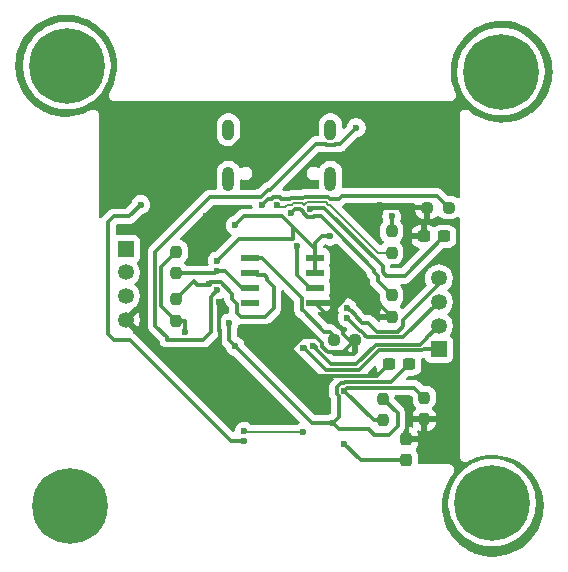
<source format=gbr>
%TF.GenerationSoftware,KiCad,Pcbnew,9.0.7*%
%TF.CreationDate,2026-02-19T20:57:42+05:30*%
%TF.ProjectId,pcb-n-as5600,7063622d-6e2d-4617-9335-3630302e6b69,rev?*%
%TF.SameCoordinates,Original*%
%TF.FileFunction,Copper,L2,Bot*%
%TF.FilePolarity,Positive*%
%FSLAX46Y46*%
G04 Gerber Fmt 4.6, Leading zero omitted, Abs format (unit mm)*
G04 Created by KiCad (PCBNEW 9.0.7) date 2026-02-19 20:57:42*
%MOMM*%
%LPD*%
G01*
G04 APERTURE LIST*
G04 Aperture macros list*
%AMRoundRect*
0 Rectangle with rounded corners*
0 $1 Rounding radius*
0 $2 $3 $4 $5 $6 $7 $8 $9 X,Y pos of 4 corners*
0 Add a 4 corners polygon primitive as box body*
4,1,4,$2,$3,$4,$5,$6,$7,$8,$9,$2,$3,0*
0 Add four circle primitives for the rounded corners*
1,1,$1+$1,$2,$3*
1,1,$1+$1,$4,$5*
1,1,$1+$1,$6,$7*
1,1,$1+$1,$8,$9*
0 Add four rect primitives between the rounded corners*
20,1,$1+$1,$2,$3,$4,$5,0*
20,1,$1+$1,$4,$5,$6,$7,0*
20,1,$1+$1,$6,$7,$8,$9,0*
20,1,$1+$1,$8,$9,$2,$3,0*%
G04 Aperture macros list end*
%TA.AperFunction,SMDPad,CuDef*%
%ADD10RoundRect,0.237500X-0.250000X-0.237500X0.250000X-0.237500X0.250000X0.237500X-0.250000X0.237500X0*%
%TD*%
%TA.AperFunction,HeatsinkPad*%
%ADD11O,1.000000X2.100000*%
%TD*%
%TA.AperFunction,HeatsinkPad*%
%ADD12O,1.000000X1.800000*%
%TD*%
%TA.AperFunction,ComponentPad*%
%ADD13C,6.400000*%
%TD*%
%TA.AperFunction,ComponentPad*%
%ADD14R,1.350000X1.350000*%
%TD*%
%TA.AperFunction,ComponentPad*%
%ADD15C,1.350000*%
%TD*%
%TA.AperFunction,SMDPad,CuDef*%
%ADD16RoundRect,0.237500X0.237500X-0.300000X0.237500X0.300000X-0.237500X0.300000X-0.237500X-0.300000X0*%
%TD*%
%TA.AperFunction,SMDPad,CuDef*%
%ADD17RoundRect,0.237500X0.300000X0.237500X-0.300000X0.237500X-0.300000X-0.237500X0.300000X-0.237500X0*%
%TD*%
%TA.AperFunction,SMDPad,CuDef*%
%ADD18RoundRect,0.237500X-0.237500X0.250000X-0.237500X-0.250000X0.237500X-0.250000X0.237500X0.250000X0*%
%TD*%
%TA.AperFunction,SMDPad,CuDef*%
%ADD19R,1.500000X0.600000*%
%TD*%
%TA.AperFunction,SMDPad,CuDef*%
%ADD20RoundRect,0.237500X0.237500X-0.250000X0.237500X0.250000X-0.237500X0.250000X-0.237500X-0.250000X0*%
%TD*%
%TA.AperFunction,SMDPad,CuDef*%
%ADD21RoundRect,0.237500X-0.300000X-0.237500X0.300000X-0.237500X0.300000X0.237500X-0.300000X0.237500X0*%
%TD*%
%TA.AperFunction,ViaPad*%
%ADD22C,0.600000*%
%TD*%
%TA.AperFunction,Conductor*%
%ADD23C,0.300000*%
%TD*%
%TA.AperFunction,Conductor*%
%ADD24C,0.200000*%
%TD*%
G04 APERTURE END LIST*
D10*
%TO.P,R1,2*%
%TO.N,GND*%
X158662500Y-91500000D03*
%TO.P,R1,1*%
%TO.N,Net-(U4-DIR)*%
X156837500Y-91500000D03*
%TD*%
D11*
%TO.P,J6,S1,SHIELD*%
%TO.N,unconnected-(J6-SHIELD-PadS1)*%
X156570000Y-77855000D03*
D12*
%TO.N,unconnected-(J6-SHIELD-PadS1)_3*%
X156570000Y-73675000D03*
D11*
%TO.N,unconnected-(J6-SHIELD-PadS1)_2*%
X147930000Y-77855000D03*
D12*
%TO.N,unconnected-(J6-SHIELD-PadS1)_1*%
X147930000Y-73675000D03*
%TD*%
D13*
%TO.P,H2,1*%
%TO.N,N/C*%
X134250000Y-68250000D03*
%TD*%
D14*
%TO.P,J2,1,Pin_1*%
%TO.N,dum1*%
X165750000Y-92250000D03*
D15*
%TO.P,J2,2,Pin_2*%
%TO.N,dum2*%
X165750000Y-90250000D03*
%TO.P,J2,3,Pin_3*%
%TO.N,dum3*%
X165750000Y-88250000D03*
%TO.P,J2,4,Pin_4*%
%TO.N,dum4*%
X165750000Y-86250000D03*
%TD*%
D13*
%TO.P,H1,1*%
%TO.N,N/C*%
X134500000Y-105500000D03*
%TD*%
%TO.P,H4,1*%
%TO.N,N/C*%
X170250000Y-105250000D03*
%TD*%
%TO.P,H3,1*%
%TO.N,N/C*%
X171000000Y-68750000D03*
%TD*%
D14*
%TO.P,J1,1,Pin_1*%
%TO.N,SWDIO*%
X139250000Y-83750000D03*
D15*
%TO.P,J1,2,Pin_2*%
%TO.N,SCLK*%
X139250000Y-85750000D03*
%TO.P,J1,3,Pin_3*%
%TO.N,+3.3V*%
X139250000Y-87750000D03*
%TO.P,J1,4,Pin_4*%
%TO.N,GND*%
X139250000Y-89750000D03*
%TD*%
D16*
%TO.P,C4,1*%
%TO.N,+5V*%
X163000000Y-101612500D03*
%TO.P,C4,2*%
%TO.N,GND*%
X163000000Y-99887500D03*
%TD*%
D17*
%TO.P,C7,1*%
%TO.N,+3.3V*%
X163225000Y-93500000D03*
%TO.P,C7,2*%
%TO.N,GND*%
X161500000Y-93500000D03*
%TD*%
D18*
%TO.P,R3,1*%
%TO.N,Net-(U1-ADJ)*%
X164500000Y-96337500D03*
%TO.P,R3,2*%
%TO.N,GND*%
X164500000Y-98162500D03*
%TD*%
D19*
%TO.P,U4,1,VDD5V*%
%TO.N,+3.3V*%
X155250000Y-84500000D03*
%TO.P,U4,2,VDD3V3*%
X155250000Y-85770000D03*
%TO.P,U4,3,OUT*%
%TO.N,/OUT*%
X155250000Y-87040000D03*
%TO.P,U4,4,GND*%
%TO.N,GND*%
X155250000Y-88310000D03*
%TO.P,U4,5,PGO*%
%TO.N,unconnected-(U4-PGO-Pad5)*%
X149750000Y-88310000D03*
%TO.P,U4,6,SDA*%
%TO.N,SDA*%
X149750000Y-87040000D03*
%TO.P,U4,7,SCL*%
%TO.N,SCL*%
X149750000Y-85770000D03*
%TO.P,U4,8,DIR*%
%TO.N,Net-(U4-DIR)*%
X149750000Y-84500000D03*
%TD*%
D18*
%TO.P,R2,1*%
%TO.N,+3.3V*%
X161750000Y-82250000D03*
%TO.P,R2,2*%
%TO.N,MCU_D+*%
X161750000Y-84075000D03*
%TD*%
D20*
%TO.P,R13,1*%
%TO.N,+3.3V*%
X143500000Y-89825000D03*
%TO.P,R13,2*%
%TO.N,SCL*%
X143500000Y-88000000D03*
%TD*%
D10*
%TO.P,R8,1*%
%TO.N,GND*%
X164750000Y-80250000D03*
%TO.P,R8,2*%
%TO.N,Net-(J6-CC2)*%
X166575000Y-80250000D03*
%TD*%
D18*
%TO.P,R4,1*%
%TO.N,+3.3V*%
X161000000Y-96425000D03*
%TO.P,R4,2*%
%TO.N,Net-(U1-ADJ)*%
X161000000Y-98250000D03*
%TD*%
D21*
%TO.P,C8,1*%
%TO.N,GND*%
X164475000Y-82700000D03*
%TO.P,C8,2*%
%TO.N,Net-(C8-Pad2)*%
X166200000Y-82700000D03*
%TD*%
D18*
%TO.P,R7,1*%
%TO.N,+3.3V*%
X143500000Y-84000000D03*
%TO.P,R7,2*%
%TO.N,SDA*%
X143500000Y-85825000D03*
%TD*%
D20*
%TO.P,R11,1*%
%TO.N,GND*%
X161750000Y-89500000D03*
%TO.P,R11,2*%
%TO.N,Net-(J6-CC1)*%
X161750000Y-87675000D03*
%TD*%
D22*
%TO.N,+3.3V*%
X148000000Y-90000000D03*
X148500000Y-92000000D03*
X148500000Y-81750000D03*
X161750000Y-81000000D03*
X156750000Y-98500000D03*
X147002618Y-84752618D03*
X156540064Y-82666407D03*
X144250000Y-90750000D03*
%TO.N,Net-(J6-CC2)*%
X150750000Y-80000000D03*
%TO.N,Net-(C8-Pad2)*%
X154875000Y-80375000D03*
%TO.N,BOOTO*%
X158750000Y-73500000D03*
X147000000Y-87250000D03*
%TO.N,NRST*%
X140500000Y-80000000D03*
X149250000Y-100000000D03*
%TO.N,GND*%
X146000000Y-81000000D03*
X142750000Y-81750000D03*
X148000000Y-80250000D03*
X158500000Y-77750000D03*
X153250000Y-92250000D03*
X147100000Y-88250000D03*
X160750000Y-80000000D03*
%TO.N,/OUT*%
X153750000Y-83500000D03*
%TO.N,+5V*%
X157750000Y-100250000D03*
%TO.N,Net-(J6-CC1)*%
X153250000Y-80750000D03*
%TO.N,MCU_D+*%
X152000000Y-80000000D03*
%TO.N,/OSC_IN*%
X149250000Y-99199997D03*
X154250000Y-99250000D03*
%TO.N,Net-(U1-ADJ)*%
X157750000Y-95750000D03*
%TO.N,dum1*%
X154281740Y-92137500D03*
%TO.N,dum2*%
X155059634Y-91940366D03*
%TO.N,dum3*%
X157975737Y-89574266D03*
%TO.N,dum4*%
X158000000Y-88750000D03*
%TO.N,SDA*%
X147000000Y-85649994D03*
%TO.N,SCL*%
X146250000Y-86750000D03*
%TD*%
D23*
%TO.N,GND*%
X157636500Y-92526000D02*
X158662500Y-91500000D01*
X155349943Y-91250000D02*
X155851000Y-91751057D01*
X155851000Y-91751057D02*
X155851000Y-92033900D01*
X153250000Y-92250000D02*
X154250000Y-91250000D01*
X154250000Y-91250000D02*
X155349943Y-91250000D01*
X155851000Y-92033900D02*
X156343100Y-92526000D01*
X156343100Y-92526000D02*
X157636500Y-92526000D01*
%TO.N,dum2*%
X164776000Y-91224000D02*
X165750000Y-90250000D01*
X164724000Y-91224000D02*
X164776000Y-91224000D01*
X164724000Y-91276000D02*
X164724000Y-91224000D01*
X164151000Y-91849000D02*
X164724000Y-91276000D01*
X160401000Y-91849000D02*
X164151000Y-91849000D01*
X158754000Y-93496000D02*
X160401000Y-91849000D01*
X156604580Y-93496000D02*
X158754000Y-93496000D01*
X155350000Y-92241420D02*
X156604580Y-93496000D01*
X155059634Y-91940366D02*
X155190366Y-91940366D01*
X155190366Y-91940366D02*
X155350000Y-92100000D01*
X155350000Y-92100000D02*
X155350000Y-92241420D01*
%TO.N,dum1*%
X164458521Y-92250000D02*
X165750000Y-92250000D01*
X164358520Y-92350000D02*
X164458521Y-92250000D01*
X157375439Y-93999000D02*
X157377439Y-93997000D01*
X157377439Y-93997000D02*
X159003000Y-93997000D01*
X156199028Y-93999000D02*
X157375439Y-93999000D01*
X160650000Y-92350000D02*
X164358520Y-92350000D01*
X154337528Y-92137500D02*
X156199028Y-93999000D01*
X154281740Y-92137500D02*
X154337528Y-92137500D01*
X159003000Y-93997000D02*
X160650000Y-92350000D01*
X154281740Y-92137500D02*
X154369300Y-92049940D01*
%TO.N,SCL*%
X146401000Y-86599000D02*
X146250000Y-86750000D01*
X147269654Y-86599000D02*
X146401000Y-86599000D01*
X148240943Y-87570289D02*
X147269654Y-86599000D01*
X148240943Y-87990943D02*
X148240943Y-87570289D01*
X148649000Y-89149000D02*
X148649000Y-88399000D01*
X149000000Y-89500000D02*
X148649000Y-89149000D01*
X151000000Y-89500000D02*
X149000000Y-89500000D01*
X151750000Y-86958520D02*
X151750000Y-88750000D01*
X151750000Y-88750000D02*
X151000000Y-89500000D01*
X151180480Y-86389000D02*
X151750000Y-86958520D01*
X151180480Y-86180480D02*
X151180480Y-86389000D01*
X150362000Y-86000000D02*
X151000000Y-86000000D01*
X148649000Y-88399000D02*
X148240943Y-87990943D01*
X151000000Y-86000000D02*
X151180480Y-86180480D01*
X149750000Y-85770000D02*
X150132000Y-85770000D01*
X150132000Y-85770000D02*
X150362000Y-86000000D01*
%TO.N,+3.3V*%
X144250000Y-90750000D02*
X144250000Y-89900000D01*
X155250000Y-84150057D02*
X155250000Y-84500000D01*
X157099000Y-96019654D02*
X157250000Y-96170654D01*
X157099000Y-95480346D02*
X157099000Y-96019654D01*
X148500000Y-81750000D02*
X149250000Y-81000000D01*
X147002618Y-84752618D02*
X148856236Y-82899000D01*
X155833593Y-82666407D02*
X156540064Y-82666407D01*
X157288500Y-99038500D02*
X156750000Y-98500000D01*
X155250000Y-83750000D02*
X155250000Y-83250000D01*
X144175000Y-89825000D02*
X143500000Y-89825000D01*
X148000000Y-91500000D02*
X148000000Y-90000000D01*
X156750000Y-98500000D02*
X155000000Y-98500000D01*
X153430346Y-82899000D02*
X153430346Y-81930346D01*
X155000000Y-98500000D02*
X148500000Y-92000000D01*
X142250000Y-85250000D02*
X142250000Y-88575000D01*
X163225000Y-93500000D02*
X161726000Y-94999000D01*
X152500000Y-81000000D02*
X153430346Y-81930346D01*
X157692479Y-95099000D02*
X157480346Y-95099000D01*
X149250000Y-81000000D02*
X152500000Y-81000000D01*
X148856236Y-82899000D02*
X153430346Y-82899000D01*
X155250000Y-83250000D02*
X155833593Y-82666407D01*
X161750000Y-82250000D02*
X161750000Y-81000000D01*
X162250000Y-97675000D02*
X162250000Y-98750000D01*
X157792480Y-94999000D02*
X157692479Y-95099000D01*
X161000000Y-96425000D02*
X162250000Y-97675000D01*
X161726000Y-94999000D02*
X157792480Y-94999000D01*
X143500000Y-84000000D02*
X142250000Y-85250000D01*
X161500000Y-99500000D02*
X160250000Y-99500000D01*
X157250000Y-96170654D02*
X157250000Y-98000000D01*
X157480346Y-95099000D02*
X157099000Y-95480346D01*
X157250000Y-98000000D02*
X156750000Y-98500000D01*
X142250000Y-88575000D02*
X143500000Y-89825000D01*
X155250000Y-83750000D02*
X153430346Y-81930346D01*
X155250000Y-85770000D02*
X155250000Y-84500000D01*
X148500000Y-92000000D02*
X148000000Y-91500000D01*
X160250000Y-99500000D02*
X159788500Y-99038500D01*
X155250000Y-84500000D02*
X155250000Y-83750000D01*
X144250000Y-89900000D02*
X144175000Y-89825000D01*
X162250000Y-98750000D02*
X161500000Y-99500000D01*
X159788500Y-99038500D02*
X157288500Y-99038500D01*
%TO.N,Net-(J6-CC2)*%
X154414247Y-79348000D02*
X154376380Y-79348000D01*
X166575000Y-80250000D02*
X165573000Y-79248000D01*
X151730346Y-79349000D02*
X151579346Y-79500000D01*
X153226323Y-79447943D02*
X153174266Y-79500000D01*
X155335753Y-79348000D02*
X155310753Y-79323000D01*
X165573000Y-79248000D02*
X157502000Y-79248000D01*
X157250000Y-79500000D02*
X156525620Y-79500000D01*
X155310753Y-79323000D02*
X154439247Y-79323000D01*
X152269654Y-79349000D02*
X151730346Y-79349000D01*
X154376380Y-79348000D02*
X154276437Y-79447943D01*
X154439247Y-79323000D02*
X154414247Y-79348000D01*
X152420654Y-79500000D02*
X152269654Y-79349000D01*
X156525620Y-79500000D02*
X156373620Y-79348000D01*
X151579346Y-79500000D02*
X151250000Y-79500000D01*
X154276437Y-79447943D02*
X153226323Y-79447943D01*
X151250000Y-79500000D02*
X150750000Y-80000000D01*
X157502000Y-79248000D02*
X157250000Y-79500000D01*
X153174266Y-79500000D02*
X152420654Y-79500000D01*
X156373620Y-79348000D02*
X155335753Y-79348000D01*
%TO.N,Net-(C8-Pad2)*%
X160974000Y-85729634D02*
X160974000Y-85224000D01*
X156000000Y-80250000D02*
X154750000Y-80250000D01*
X162861500Y-86038500D02*
X161282866Y-86038500D01*
X160974000Y-85224000D02*
X156000000Y-80250000D01*
X166200000Y-82700000D02*
X162861500Y-86038500D01*
X161282866Y-86038500D02*
X160974000Y-85729634D01*
%TO.N,Net-(U4-DIR)*%
X156837500Y-91087500D02*
X156500000Y-90750000D01*
X154149000Y-88961000D02*
X154149000Y-87899000D01*
X150750000Y-84500000D02*
X149750000Y-84500000D01*
X156837500Y-91750000D02*
X156837500Y-91087500D01*
X154149000Y-87899000D02*
X150750000Y-84500000D01*
X156038000Y-90750000D02*
X154249000Y-88961000D01*
X154249000Y-88961000D02*
X154149000Y-88961000D01*
X156500000Y-90750000D02*
X156038000Y-90750000D01*
%TO.N,BOOTO*%
X156217504Y-74926000D02*
X156167504Y-74876000D01*
X142750000Y-91250000D02*
X142750000Y-91500000D01*
X156922496Y-74926000D02*
X156217504Y-74926000D01*
X156167504Y-74876000D02*
X155306900Y-74876000D01*
X158750000Y-73500000D02*
X157374000Y-74876000D01*
X146449000Y-87801000D02*
X147000000Y-87250000D01*
X150480346Y-79349000D02*
X150430346Y-79399000D01*
X151294479Y-78747000D02*
X150692480Y-79349000D01*
X142750000Y-91500000D02*
X145750000Y-91500000D01*
X156972496Y-74876000D02*
X156922496Y-74926000D01*
X155306900Y-74876000D02*
X151435900Y-78747000D01*
X150692480Y-79349000D02*
X150480346Y-79349000D01*
X151435900Y-78747000D02*
X151294479Y-78747000D01*
X145750000Y-91500000D02*
X146449000Y-90801000D01*
X146449000Y-90801000D02*
X146449000Y-87801000D01*
X141750000Y-84000000D02*
X141750000Y-90250000D01*
X141750000Y-90250000D02*
X142750000Y-91250000D01*
X146351000Y-79399000D02*
X141750000Y-84000000D01*
X157374000Y-74876000D02*
X156972496Y-74876000D01*
X150430346Y-79399000D02*
X146351000Y-79399000D01*
%TO.N,NRST*%
X139500000Y-81000000D02*
X140500000Y-80000000D01*
X138250000Y-81000000D02*
X139500000Y-81000000D01*
X138250000Y-91500000D02*
X137750000Y-91000000D01*
X139619727Y-91500000D02*
X138250000Y-91500000D01*
X137750000Y-91000000D02*
X137750000Y-81500000D01*
X149250000Y-100000000D02*
X148119727Y-100000000D01*
X137750000Y-81500000D02*
X138250000Y-81000000D01*
X148119727Y-100000000D02*
X139619727Y-91500000D01*
%TO.N,GND*%
X157626000Y-90686000D02*
X157626000Y-91000000D01*
X160502000Y-94498000D02*
X157584959Y-94498000D01*
X146250000Y-92250000D02*
X147250000Y-91250000D01*
X160548000Y-72150057D02*
X160147943Y-71750000D01*
X158376000Y-91750000D02*
X157626000Y-91000000D01*
X149250000Y-73750000D02*
X149250000Y-74250000D01*
X157584959Y-94498000D02*
X157582960Y-94500000D01*
X155250000Y-88310000D02*
X156345000Y-89405000D01*
X161000000Y-80250000D02*
X160750000Y-80000000D01*
X161250000Y-75000000D02*
X161250000Y-72150057D01*
X147100000Y-90717100D02*
X147100000Y-88250000D01*
D24*
X148000000Y-80250000D02*
X147250000Y-81000000D01*
D23*
X149250000Y-74250000D02*
X148250000Y-75250000D01*
X160000000Y-87750000D02*
X158000000Y-87750000D01*
X156345000Y-89405000D02*
X157626000Y-90686000D01*
X161500000Y-93500000D02*
X160502000Y-94498000D01*
X147750000Y-75250000D02*
X142750000Y-80250000D01*
X158500000Y-77750000D02*
X161250000Y-75000000D01*
D24*
X147250000Y-81000000D02*
X146000000Y-81000000D01*
D23*
X147250000Y-90867100D02*
X147100000Y-90717100D01*
X155500000Y-94500000D02*
X153250000Y-92250000D01*
X147250000Y-91250000D02*
X147250000Y-90867100D01*
X157582960Y-94500000D02*
X155500000Y-94500000D01*
X148250000Y-75250000D02*
X147750000Y-75250000D01*
X151250000Y-71750000D02*
X149250000Y-73750000D01*
X158000000Y-87750000D02*
X156345000Y-89405000D01*
X139250000Y-89750000D02*
X141750000Y-92250000D01*
X161250000Y-72150057D02*
X160548000Y-72150057D01*
X158662500Y-91750000D02*
X158376000Y-91750000D01*
X141750000Y-92250000D02*
X146250000Y-92250000D01*
X161750000Y-89500000D02*
X160000000Y-87750000D01*
X164750000Y-80250000D02*
X161000000Y-80250000D01*
X160147943Y-71750000D02*
X151250000Y-71750000D01*
X142750000Y-80250000D02*
X142750000Y-81750000D01*
%TO.N,/OUT*%
X153750000Y-85990000D02*
X154800000Y-87040000D01*
X153750000Y-83500000D02*
X153750000Y-85990000D01*
X154800000Y-87040000D02*
X155250000Y-87040000D01*
%TO.N,+5V*%
X163000000Y-101612500D02*
X159112500Y-101612500D01*
X159112500Y-101612500D02*
X157750000Y-100250000D01*
%TO.N,Net-(J6-CC1)*%
X160250000Y-85500000D02*
X160250000Y-85750000D01*
X157191064Y-82441064D02*
X160250000Y-85500000D01*
X154605346Y-81026000D02*
X155144654Y-81026000D01*
X154224000Y-80573943D02*
X154224000Y-80644654D01*
X156765407Y-82015407D02*
X156809718Y-82015407D01*
X154224000Y-80644654D02*
X154605346Y-81026000D01*
X153250000Y-80750000D02*
X153250000Y-80699886D01*
X157191064Y-82396753D02*
X157191064Y-82441064D01*
X153599943Y-80349943D02*
X154000000Y-80349943D01*
X160573000Y-86498000D02*
X161750000Y-87675000D01*
X160250000Y-85750000D02*
X160573000Y-86073000D01*
X156809718Y-82015407D02*
X157191064Y-82396753D01*
X155726000Y-80976000D02*
X156765407Y-82015407D01*
X160573000Y-86073000D02*
X160573000Y-86498000D01*
X155194654Y-80976000D02*
X155726000Y-80976000D01*
X155144654Y-81026000D02*
X155194654Y-80976000D01*
X153250000Y-80699886D02*
X153599943Y-80349943D01*
X154000000Y-80349943D02*
X154224000Y-80573943D01*
D24*
%TO.N,MCU_D+*%
X154287867Y-80000000D02*
X154362190Y-80000000D01*
X152699997Y-80200060D02*
X152900057Y-80000000D01*
X156387810Y-80000000D02*
X156500000Y-80000000D01*
X154186810Y-79898943D02*
X154287867Y-80000000D01*
X153312076Y-80000000D02*
X153413133Y-79898943D01*
X153413133Y-79898943D02*
X154186810Y-79898943D01*
X154362190Y-80000000D02*
X154563190Y-79799000D01*
X154601057Y-79799000D02*
X154626057Y-79774000D01*
X156186810Y-79799000D02*
X156387810Y-80000000D01*
X155148943Y-79799000D02*
X156186810Y-79799000D01*
X152900057Y-80000000D02*
X153312076Y-80000000D01*
X160575000Y-84075000D02*
X161750000Y-84075000D01*
X156500000Y-80000000D02*
X160575000Y-84075000D01*
X152200060Y-80200060D02*
X152699997Y-80200060D01*
X154626057Y-79774000D02*
X155123943Y-79774000D01*
X154563190Y-79799000D02*
X154601057Y-79799000D01*
X155123943Y-79774000D02*
X155148943Y-79799000D01*
X152000000Y-80000000D02*
X152200060Y-80200060D01*
%TO.N,/OSC_IN*%
X149250000Y-99199997D02*
X149300003Y-99250000D01*
X149300003Y-99250000D02*
X154250000Y-99250000D01*
D23*
%TO.N,Net-(U1-ADJ)*%
X161000000Y-98250000D02*
X160250000Y-98250000D01*
X163662500Y-95500000D02*
X158000000Y-95500000D01*
X158000000Y-95500000D02*
X157750000Y-95750000D01*
X160250000Y-98250000D02*
X157750000Y-95750000D01*
X164500000Y-96337500D02*
X163662500Y-95500000D01*
%TO.N,dum3*%
X162750000Y-91250000D02*
X159651471Y-91250000D01*
X159162846Y-90674000D02*
X159075471Y-90674000D01*
X165750000Y-88250000D02*
X162750000Y-91250000D01*
X159501000Y-91099529D02*
X159501000Y-91012154D01*
X159501000Y-91012154D02*
X159162846Y-90674000D01*
X159651471Y-91250000D02*
X159501000Y-91099529D01*
X159075471Y-90674000D02*
X157975737Y-89574266D01*
%TO.N,dum4*%
X160499000Y-90749000D02*
X159750000Y-90000000D01*
X158626737Y-89304612D02*
X158245391Y-88923266D01*
X162251000Y-90749000D02*
X160499000Y-90749000D01*
X159750000Y-90000000D02*
X159250000Y-90000000D01*
X162750000Y-90250000D02*
X162251000Y-90749000D01*
X158245391Y-88923266D02*
X158173266Y-88923266D01*
X158626737Y-89376737D02*
X158626737Y-89304612D01*
X159250000Y-90000000D02*
X158626737Y-89376737D01*
X158173266Y-88923266D02*
X158000000Y-88750000D01*
X162750000Y-89755634D02*
X162750000Y-90250000D01*
X165750000Y-86755634D02*
X162750000Y-89755634D01*
X165750000Y-86250000D02*
X165750000Y-86755634D01*
%TO.N,SDA*%
X149040000Y-87040000D02*
X147649994Y-85649994D01*
X149750000Y-87040000D02*
X149040000Y-87040000D01*
X147649994Y-85649994D02*
X147000000Y-85649994D01*
X143500000Y-85825000D02*
X146824994Y-85825000D01*
X146824994Y-85825000D02*
X147000000Y-85649994D01*
%TO.N,SCL*%
X145300003Y-86800003D02*
X146250000Y-86800003D01*
X143500000Y-88000000D02*
X145000000Y-86500000D01*
X145000000Y-86500000D02*
X145300003Y-86800003D01*
%TD*%
%TA.AperFunction,Conductor*%
%TO.N,GND*%
G36*
X163705539Y-79918185D02*
G01*
X163751294Y-79970989D01*
X163756244Y-79993744D01*
X163762500Y-80000000D01*
X164626000Y-80000000D01*
X164693039Y-80019685D01*
X164738794Y-80072489D01*
X164750000Y-80124000D01*
X164750000Y-80250000D01*
X164876000Y-80250000D01*
X164943039Y-80269685D01*
X164988794Y-80322489D01*
X165000000Y-80374000D01*
X165000000Y-81224999D01*
X165049140Y-81224999D01*
X165049154Y-81224998D01*
X165150152Y-81214680D01*
X165313800Y-81160453D01*
X165313811Y-81160448D01*
X165460533Y-81069948D01*
X165574464Y-80956017D01*
X165635787Y-80922532D01*
X165705479Y-80927516D01*
X165749827Y-80956017D01*
X165864150Y-81070340D01*
X166010984Y-81160908D01*
X166174747Y-81215174D01*
X166275823Y-81225500D01*
X166874176Y-81225499D01*
X166874184Y-81225498D01*
X166874187Y-81225498D01*
X166929530Y-81219844D01*
X166975253Y-81215174D01*
X167139016Y-81160908D01*
X167285850Y-81070340D01*
X167287819Y-81068371D01*
X167289502Y-81067451D01*
X167291513Y-81065862D01*
X167291784Y-81066205D01*
X167349142Y-81034886D01*
X167418834Y-81039870D01*
X167474767Y-81081742D01*
X167499184Y-81147206D01*
X167499500Y-81156052D01*
X167499500Y-101275962D01*
X167498127Y-101336139D01*
X167499500Y-101341774D01*
X167499500Y-101347573D01*
X167506505Y-101373715D01*
X167514706Y-101404326D01*
X167515405Y-101407060D01*
X167529322Y-101464175D01*
X167531412Y-101469567D01*
X167533609Y-101474871D01*
X167562993Y-101525766D01*
X167562994Y-101525766D01*
X167563707Y-101527001D01*
X167592595Y-101579780D01*
X167596599Y-101583971D01*
X167599500Y-101588995D01*
X167599501Y-101588996D01*
X167599503Y-101588999D01*
X167599504Y-101589000D01*
X167621060Y-101610555D01*
X167642075Y-101631570D01*
X167683631Y-101675066D01*
X167688582Y-101678077D01*
X167692686Y-101682181D01*
X167692689Y-101682183D01*
X167692692Y-101682185D01*
X167713409Y-101694145D01*
X167744854Y-101712300D01*
X167796227Y-101743544D01*
X167801786Y-101745170D01*
X167806814Y-101748073D01*
X167864999Y-101763663D01*
X167922710Y-101780547D01*
X167928503Y-101780679D01*
X167934108Y-101782181D01*
X167994326Y-101782181D01*
X168054459Y-101783553D01*
X168060090Y-101782181D01*
X168065892Y-101782181D01*
X168124059Y-101766595D01*
X168182498Y-101752357D01*
X168187577Y-101749576D01*
X168193176Y-101748076D01*
X168193177Y-101748075D01*
X168193186Y-101748073D01*
X168238219Y-101722072D01*
X168245879Y-101718001D01*
X168602638Y-101544207D01*
X168613418Y-101539576D01*
X168985349Y-101400273D01*
X168996518Y-101396683D01*
X169379992Y-101293267D01*
X169391458Y-101290752D01*
X169783013Y-101224157D01*
X169794657Y-101222742D01*
X170190732Y-101193570D01*
X170202491Y-101193264D01*
X170599568Y-101201775D01*
X170611274Y-101202583D01*
X171005740Y-101248700D01*
X171017344Y-101250619D01*
X171405656Y-101333924D01*
X171417008Y-101336929D01*
X171795689Y-101456680D01*
X171806704Y-101460747D01*
X172172320Y-101615856D01*
X172182903Y-101620951D01*
X172532159Y-101810020D01*
X172542230Y-101816106D01*
X172871984Y-102037434D01*
X172881421Y-102044439D01*
X173188718Y-102296042D01*
X173197448Y-102303910D01*
X173447608Y-102551891D01*
X173479493Y-102583498D01*
X173487445Y-102592166D01*
X173693456Y-102839338D01*
X173741718Y-102897242D01*
X173748815Y-102906630D01*
X173914341Y-103148644D01*
X173973010Y-103234422D01*
X173979182Y-103244435D01*
X174149897Y-103553303D01*
X174171297Y-103592020D01*
X174176495Y-103602579D01*
X174334787Y-103966801D01*
X174338961Y-103977806D01*
X174462012Y-104355403D01*
X174465123Y-104366753D01*
X174551818Y-104754299D01*
X174553840Y-104765894D01*
X174603404Y-105159932D01*
X174604317Y-105171665D01*
X174616301Y-105568623D01*
X174616097Y-105580391D01*
X174590393Y-105976686D01*
X174589075Y-105988381D01*
X174525914Y-106380462D01*
X174523493Y-106391980D01*
X174423444Y-106776311D01*
X174419942Y-106787546D01*
X174283909Y-107160656D01*
X174279357Y-107171510D01*
X174108563Y-107530040D01*
X174103003Y-107540413D01*
X173898984Y-107881144D01*
X173892465Y-107890943D01*
X173657073Y-108210781D01*
X173649655Y-108219919D01*
X173384983Y-108516018D01*
X173376732Y-108524410D01*
X173085197Y-108794068D01*
X173076187Y-108801641D01*
X172760384Y-109042456D01*
X172750698Y-109049140D01*
X172413499Y-109258924D01*
X172403222Y-109264660D01*
X172047647Y-109441532D01*
X172036872Y-109446268D01*
X171666135Y-109588631D01*
X171654961Y-109592324D01*
X171272380Y-109698903D01*
X171260905Y-109701519D01*
X170869965Y-109771342D01*
X170858294Y-109772859D01*
X170462489Y-109805305D01*
X170450726Y-109805709D01*
X170053625Y-109800483D01*
X170041878Y-109799770D01*
X169647056Y-109756920D01*
X169635428Y-109755096D01*
X169246464Y-109675010D01*
X169235063Y-109672093D01*
X168855421Y-109555485D01*
X168844347Y-109551499D01*
X168602532Y-109451263D01*
X168477473Y-109399425D01*
X168466839Y-109394413D01*
X168116043Y-109208246D01*
X168105923Y-109202244D01*
X168085250Y-109188615D01*
X167774341Y-108983647D01*
X167764847Y-108976720D01*
X167547368Y-108801641D01*
X167455495Y-108727680D01*
X167446688Y-108719873D01*
X167162346Y-108442634D01*
X167154319Y-108434027D01*
X166897534Y-108131071D01*
X166890358Y-108121742D01*
X166884785Y-108113737D01*
X166767334Y-107945024D01*
X166663456Y-107795809D01*
X166657198Y-107785842D01*
X166519709Y-107541880D01*
X166462212Y-107439856D01*
X166456937Y-107429359D01*
X166295629Y-107066443D01*
X166291370Y-107055486D01*
X166278195Y-107016165D01*
X166165198Y-106678915D01*
X166161993Y-106667591D01*
X166159124Y-106655247D01*
X166072093Y-106280765D01*
X166069977Y-106269190D01*
X166069395Y-106264853D01*
X166017154Y-105875574D01*
X166016145Y-105863858D01*
X166000878Y-105467008D01*
X166000983Y-105455262D01*
X166022874Y-105068206D01*
X166549500Y-105068206D01*
X166549500Y-105431794D01*
X166560337Y-105541829D01*
X166585137Y-105793630D01*
X166656064Y-106150212D01*
X166656067Y-106150223D01*
X166761614Y-106498165D01*
X166900754Y-106834078D01*
X166900756Y-106834083D01*
X167072140Y-107154720D01*
X167072151Y-107154738D01*
X167274140Y-107457035D01*
X167274150Y-107457049D01*
X167504807Y-107738106D01*
X167761893Y-107995192D01*
X167761898Y-107995196D01*
X167761899Y-107995197D01*
X168042956Y-108225854D01*
X168345268Y-108427853D01*
X168345277Y-108427858D01*
X168345279Y-108427859D01*
X168665916Y-108599243D01*
X168665918Y-108599243D01*
X168665924Y-108599247D01*
X169001836Y-108738386D01*
X169349767Y-108843930D01*
X169349773Y-108843931D01*
X169349776Y-108843932D01*
X169349787Y-108843935D01*
X169706369Y-108914862D01*
X170068206Y-108950500D01*
X170068209Y-108950500D01*
X170431791Y-108950500D01*
X170431794Y-108950500D01*
X170793631Y-108914862D01*
X170863045Y-108901054D01*
X171150212Y-108843935D01*
X171150223Y-108843932D01*
X171150223Y-108843931D01*
X171150233Y-108843930D01*
X171498164Y-108738386D01*
X171834076Y-108599247D01*
X172154732Y-108427853D01*
X172457044Y-108225854D01*
X172738101Y-107995197D01*
X172995197Y-107738101D01*
X173225854Y-107457044D01*
X173427853Y-107154732D01*
X173599247Y-106834076D01*
X173738386Y-106498164D01*
X173843930Y-106150233D01*
X173843932Y-106150223D01*
X173843935Y-106150212D01*
X173902285Y-105856859D01*
X173914862Y-105793631D01*
X173950500Y-105431794D01*
X173950500Y-105068206D01*
X173914862Y-104706369D01*
X173898082Y-104622008D01*
X173843935Y-104349787D01*
X173843932Y-104349776D01*
X173843931Y-104349773D01*
X173843930Y-104349767D01*
X173738386Y-104001836D01*
X173599247Y-103665924D01*
X173565388Y-103602579D01*
X173427859Y-103345279D01*
X173427858Y-103345277D01*
X173427853Y-103345268D01*
X173225854Y-103042956D01*
X172995197Y-102761899D01*
X172995196Y-102761898D01*
X172995192Y-102761893D01*
X172738106Y-102504807D01*
X172457049Y-102274150D01*
X172457048Y-102274149D01*
X172457044Y-102274146D01*
X172154732Y-102072147D01*
X172154727Y-102072144D01*
X172154720Y-102072140D01*
X171834083Y-101900756D01*
X171834078Y-101900754D01*
X171786129Y-101880893D01*
X171675665Y-101835137D01*
X171498165Y-101761614D01*
X171150223Y-101656067D01*
X171150212Y-101656064D01*
X170793630Y-101585137D01*
X170521111Y-101558296D01*
X170431794Y-101549500D01*
X170068206Y-101549500D01*
X169985679Y-101557628D01*
X169706369Y-101585137D01*
X169349787Y-101656064D01*
X169349776Y-101656067D01*
X169001834Y-101761614D01*
X168665921Y-101900754D01*
X168665916Y-101900756D01*
X168345279Y-102072140D01*
X168345261Y-102072151D01*
X168042964Y-102274140D01*
X168042950Y-102274150D01*
X167761893Y-102504807D01*
X167504807Y-102761893D01*
X167274150Y-103042950D01*
X167274140Y-103042964D01*
X167072151Y-103345261D01*
X167072140Y-103345279D01*
X166900756Y-103665916D01*
X166900754Y-103665921D01*
X166761614Y-104001834D01*
X166656067Y-104349776D01*
X166656064Y-104349787D01*
X166585137Y-104706369D01*
X166570101Y-104859041D01*
X166549500Y-105068206D01*
X166022874Y-105068206D01*
X166023409Y-105058751D01*
X166024577Y-105047605D01*
X166024564Y-105047515D01*
X166024640Y-105046996D01*
X166024646Y-105046947D01*
X166024707Y-105046548D01*
X166024721Y-105046455D01*
X166072691Y-104732132D01*
X166084548Y-104654437D01*
X166086868Y-104642929D01*
X166183740Y-104257759D01*
X166187142Y-104246521D01*
X166320093Y-103872271D01*
X166324544Y-103861407D01*
X166492377Y-103501452D01*
X166497838Y-103491057D01*
X166699039Y-103148636D01*
X166705466Y-103138799D01*
X166924301Y-102836246D01*
X166926490Y-102833314D01*
X166931389Y-102826947D01*
X166951023Y-102807315D01*
X166964607Y-102783784D01*
X166969615Y-102777278D01*
X166969966Y-102777021D01*
X166970970Y-102775550D01*
X166982791Y-102760743D01*
X166995186Y-102732366D01*
X167001423Y-102720017D01*
X167016915Y-102693187D01*
X167024231Y-102665881D01*
X167035547Y-102639979D01*
X167041213Y-102602503D01*
X167051023Y-102565893D01*
X167051023Y-102546944D01*
X167052417Y-102528405D01*
X167054047Y-102517623D01*
X167055249Y-102509676D01*
X167051023Y-102472011D01*
X167051023Y-102434109D01*
X167043706Y-102406803D01*
X167040555Y-102378714D01*
X167029246Y-102349862D01*
X167024934Y-102336747D01*
X167016915Y-102306815D01*
X167016913Y-102306811D01*
X167007442Y-102290407D01*
X167007442Y-102290408D01*
X167002778Y-102282330D01*
X166992466Y-102256017D01*
X166969974Y-102225512D01*
X166951023Y-102192687D01*
X166937627Y-102179291D01*
X166925502Y-102165195D01*
X166914260Y-102149947D01*
X166890052Y-102130623D01*
X166890052Y-102130622D01*
X166884630Y-102126294D01*
X166857837Y-102099501D01*
X166833361Y-102085370D01*
X166826079Y-102079557D01*
X166826071Y-102079552D01*
X166811265Y-102067733D01*
X166811263Y-102067732D01*
X166782885Y-102055335D01*
X166776531Y-102052559D01*
X166743709Y-102033609D01*
X166716403Y-102026292D01*
X166690501Y-102014977D01*
X166690500Y-102014976D01*
X166659878Y-102010346D01*
X166646333Y-102007517D01*
X166616415Y-101999501D01*
X166616414Y-101999500D01*
X166616411Y-101999500D01*
X166588147Y-101999500D01*
X166560198Y-101995275D01*
X166522533Y-101999500D01*
X164099500Y-101999500D01*
X164032461Y-101979815D01*
X163986706Y-101927011D01*
X163975500Y-101875500D01*
X163975499Y-101263330D01*
X163975498Y-101263312D01*
X163965174Y-101162247D01*
X163963119Y-101156045D01*
X163910908Y-100998484D01*
X163820340Y-100851650D01*
X163806017Y-100837327D01*
X163772532Y-100776004D01*
X163777516Y-100706312D01*
X163806021Y-100661960D01*
X163819947Y-100648035D01*
X163910448Y-100501311D01*
X163910453Y-100501300D01*
X163964680Y-100337652D01*
X163974999Y-100236654D01*
X163975000Y-100236641D01*
X163975000Y-100137500D01*
X163124000Y-100137500D01*
X163056961Y-100117815D01*
X163011206Y-100065011D01*
X163000000Y-100013500D01*
X163000000Y-99887500D01*
X162874000Y-99887500D01*
X162806961Y-99867815D01*
X162761206Y-99815011D01*
X162750000Y-99763500D01*
X162750000Y-99210180D01*
X162769685Y-99143141D01*
X162770898Y-99141289D01*
X162826461Y-99058133D01*
X162826461Y-99058132D01*
X162826465Y-99058127D01*
X162875501Y-98939744D01*
X162883307Y-98900500D01*
X162893353Y-98850000D01*
X163250000Y-98850000D01*
X163250000Y-99637500D01*
X163974999Y-99637500D01*
X163974999Y-99538360D01*
X163974998Y-99538345D01*
X163964680Y-99437347D01*
X163913326Y-99282370D01*
X163910924Y-99212542D01*
X163946656Y-99152500D01*
X164009176Y-99121307D01*
X164070036Y-99125660D01*
X164112348Y-99139680D01*
X164213352Y-99149999D01*
X164250000Y-99149999D01*
X164750000Y-99149999D01*
X164786640Y-99149999D01*
X164786654Y-99149998D01*
X164887652Y-99139680D01*
X165051300Y-99085453D01*
X165051311Y-99085448D01*
X165198034Y-98994947D01*
X165198038Y-98994944D01*
X165319944Y-98873038D01*
X165319947Y-98873034D01*
X165410448Y-98726311D01*
X165410453Y-98726300D01*
X165464680Y-98562652D01*
X165474999Y-98461654D01*
X165475000Y-98461641D01*
X165475000Y-98412500D01*
X164750000Y-98412500D01*
X164750000Y-99149999D01*
X164250000Y-99149999D01*
X164250000Y-98412500D01*
X163525001Y-98412500D01*
X163525001Y-98461654D01*
X163535319Y-98562652D01*
X163586673Y-98717629D01*
X163589075Y-98787458D01*
X163553343Y-98847499D01*
X163490822Y-98878692D01*
X163429964Y-98874339D01*
X163387653Y-98860319D01*
X163286654Y-98850000D01*
X163250000Y-98850000D01*
X162893353Y-98850000D01*
X162900500Y-98814069D01*
X162900500Y-97610931D01*
X162900500Y-97610928D01*
X162875502Y-97485261D01*
X162875501Y-97485260D01*
X162875501Y-97485256D01*
X162826465Y-97366873D01*
X162814127Y-97348408D01*
X162755277Y-97260331D01*
X162755275Y-97260329D01*
X162755273Y-97260326D01*
X162011818Y-96516871D01*
X161997114Y-96489943D01*
X161980522Y-96464125D01*
X161979630Y-96457924D01*
X161978333Y-96455548D01*
X161975499Y-96429190D01*
X161975499Y-96274500D01*
X161995184Y-96207461D01*
X162047988Y-96161706D01*
X162099499Y-96150500D01*
X163341692Y-96150500D01*
X163408731Y-96170185D01*
X163429373Y-96186819D01*
X163488181Y-96245627D01*
X163521666Y-96306950D01*
X163524500Y-96333308D01*
X163524500Y-96636668D01*
X163524501Y-96636687D01*
X163534825Y-96737752D01*
X163562228Y-96820446D01*
X163589044Y-96901372D01*
X163589092Y-96901515D01*
X163589093Y-96901518D01*
X163604386Y-96926312D01*
X163643062Y-96989016D01*
X163679661Y-97048351D01*
X163793982Y-97162672D01*
X163827467Y-97223995D01*
X163822483Y-97293687D01*
X163793983Y-97338034D01*
X163680052Y-97451965D01*
X163589551Y-97598688D01*
X163589546Y-97598699D01*
X163535319Y-97762347D01*
X163525000Y-97863345D01*
X163525000Y-97912500D01*
X165474999Y-97912500D01*
X165474999Y-97863360D01*
X165474998Y-97863345D01*
X165464680Y-97762347D01*
X165410453Y-97598699D01*
X165410448Y-97598688D01*
X165319947Y-97451965D01*
X165319944Y-97451961D01*
X165206017Y-97338034D01*
X165172532Y-97276711D01*
X165177516Y-97207019D01*
X165206013Y-97162676D01*
X165320340Y-97048350D01*
X165410908Y-96901516D01*
X165465174Y-96737753D01*
X165475500Y-96636677D01*
X165475499Y-96038324D01*
X165465174Y-95937247D01*
X165410908Y-95773484D01*
X165320340Y-95626650D01*
X165198350Y-95504660D01*
X165107129Y-95448395D01*
X165051518Y-95414093D01*
X165051513Y-95414091D01*
X165050069Y-95413612D01*
X164887753Y-95359826D01*
X164887751Y-95359825D01*
X164786684Y-95349500D01*
X164786677Y-95349500D01*
X164483308Y-95349500D01*
X164416269Y-95329815D01*
X164395627Y-95313181D01*
X164077174Y-94994727D01*
X164077173Y-94994726D01*
X164077169Y-94994723D01*
X163970627Y-94923535D01*
X163852244Y-94874499D01*
X163852238Y-94874497D01*
X163726571Y-94849500D01*
X163726569Y-94849500D01*
X163094807Y-94849500D01*
X163073561Y-94843261D01*
X163051474Y-94841682D01*
X163040690Y-94833609D01*
X163027768Y-94829815D01*
X163013269Y-94813083D01*
X162995540Y-94799811D01*
X162990832Y-94787188D01*
X162982013Y-94777011D01*
X162978861Y-94755095D01*
X162971123Y-94734347D01*
X162973986Y-94721185D01*
X162972069Y-94707853D01*
X162981268Y-94687708D01*
X162985975Y-94666074D01*
X162999244Y-94648346D01*
X163001094Y-94644297D01*
X163007113Y-94637831D01*
X163133127Y-94511816D01*
X163194448Y-94478333D01*
X163220807Y-94475499D01*
X163574170Y-94475499D01*
X163574176Y-94475499D01*
X163675253Y-94465174D01*
X163839016Y-94410908D01*
X163985850Y-94320340D01*
X164107840Y-94198350D01*
X164198408Y-94051516D01*
X164252674Y-93887753D01*
X164263000Y-93786677D01*
X164262999Y-93213324D01*
X164255213Y-93137101D01*
X164257025Y-93127352D01*
X164254758Y-93117701D01*
X164263304Y-93093576D01*
X164267983Y-93068408D01*
X164274778Y-93061186D01*
X164278089Y-93051841D01*
X164298322Y-93036165D01*
X164315864Y-93017524D01*
X164326957Y-93013982D01*
X164333322Y-93009051D01*
X164355565Y-93004847D01*
X164367681Y-93000979D01*
X164373114Y-93000500D01*
X164422586Y-93000500D01*
X164422589Y-93000500D01*
X164461972Y-92992665D01*
X164468673Y-92992075D01*
X164496594Y-92997667D01*
X164524961Y-93000205D01*
X164530413Y-93004440D01*
X164537182Y-93005796D01*
X164557650Y-93025597D01*
X164580139Y-93043067D01*
X164584885Y-93051946D01*
X164587398Y-93054377D01*
X164588349Y-93058426D01*
X164595745Y-93072262D01*
X164631203Y-93167330D01*
X164631206Y-93167335D01*
X164717452Y-93282544D01*
X164717455Y-93282547D01*
X164832664Y-93368793D01*
X164832671Y-93368797D01*
X164967517Y-93419091D01*
X164967516Y-93419091D01*
X164974444Y-93419835D01*
X165027127Y-93425500D01*
X166472872Y-93425499D01*
X166532483Y-93419091D01*
X166667331Y-93368796D01*
X166782546Y-93282546D01*
X166868796Y-93167331D01*
X166919091Y-93032483D01*
X166925500Y-92972873D01*
X166925499Y-91527128D01*
X166919091Y-91467517D01*
X166915517Y-91457935D01*
X166868797Y-91332671D01*
X166868793Y-91332664D01*
X166782547Y-91217455D01*
X166780169Y-91215675D01*
X166731548Y-91179277D01*
X166697460Y-91153758D01*
X166655590Y-91097824D01*
X166650606Y-91028132D01*
X166671452Y-90981609D01*
X166755378Y-90866096D01*
X166839379Y-90701235D01*
X166896555Y-90525264D01*
X166925500Y-90342514D01*
X166925500Y-90157486D01*
X166896555Y-89974736D01*
X166861728Y-89867548D01*
X166839380Y-89798767D01*
X166839379Y-89798764D01*
X166755377Y-89633903D01*
X166749635Y-89626000D01*
X166646621Y-89484213D01*
X166515787Y-89353379D01*
X166511576Y-89350319D01*
X166468909Y-89294994D01*
X166462926Y-89225381D01*
X166495529Y-89163585D01*
X166511570Y-89149684D01*
X166515787Y-89146621D01*
X166646621Y-89015787D01*
X166755378Y-88866096D01*
X166839379Y-88701235D01*
X166896555Y-88525264D01*
X166925500Y-88342514D01*
X166925500Y-88157486D01*
X166896555Y-87974736D01*
X166853594Y-87842514D01*
X166839380Y-87798767D01*
X166839379Y-87798764D01*
X166776317Y-87675000D01*
X166755378Y-87633904D01*
X166646621Y-87484213D01*
X166515787Y-87353379D01*
X166511576Y-87350319D01*
X166468909Y-87294994D01*
X166462926Y-87225381D01*
X166495529Y-87163585D01*
X166511570Y-87149684D01*
X166515787Y-87146621D01*
X166646621Y-87015787D01*
X166755378Y-86866096D01*
X166839379Y-86701235D01*
X166896555Y-86525264D01*
X166925500Y-86342514D01*
X166925500Y-86157486D01*
X166896555Y-85974736D01*
X166853594Y-85842514D01*
X166839380Y-85798767D01*
X166839379Y-85798764D01*
X166787644Y-85697230D01*
X166755378Y-85633904D01*
X166646621Y-85484213D01*
X166515787Y-85353379D01*
X166366096Y-85244622D01*
X166332824Y-85227669D01*
X166201235Y-85160620D01*
X166201232Y-85160619D01*
X166025265Y-85103445D01*
X165933889Y-85088972D01*
X165842514Y-85074500D01*
X165657486Y-85074500D01*
X165596569Y-85084148D01*
X165474734Y-85103445D01*
X165298767Y-85160619D01*
X165298764Y-85160620D01*
X165133903Y-85244622D01*
X165059384Y-85298764D01*
X164984213Y-85353379D01*
X164984211Y-85353381D01*
X164984210Y-85353381D01*
X164853381Y-85484210D01*
X164853381Y-85484211D01*
X164853379Y-85484213D01*
X164806672Y-85548499D01*
X164744622Y-85633903D01*
X164660620Y-85798764D01*
X164660619Y-85798767D01*
X164603445Y-85974734D01*
X164574500Y-86157486D01*
X164574500Y-86342513D01*
X164603445Y-86525265D01*
X164660619Y-86701232D01*
X164660621Y-86701235D01*
X164695272Y-86769242D01*
X164708168Y-86837912D01*
X164681891Y-86902652D01*
X164672468Y-86913218D01*
X162767160Y-88818525D01*
X162705837Y-88852010D01*
X162636145Y-88847026D01*
X162589560Y-88816229D01*
X162453779Y-88673238D01*
X162438530Y-88643510D01*
X162422532Y-88614211D01*
X162422650Y-88612551D01*
X162421891Y-88611070D01*
X162425133Y-88577828D01*
X162427516Y-88544519D01*
X162428538Y-88542927D01*
X162428675Y-88541530D01*
X162432765Y-88536349D01*
X162456013Y-88500176D01*
X162570340Y-88385850D01*
X162660908Y-88239016D01*
X162715174Y-88075253D01*
X162725500Y-87974177D01*
X162725499Y-87375824D01*
X162724884Y-87369808D01*
X162715174Y-87274747D01*
X162709298Y-87257014D01*
X162660908Y-87110984D01*
X162570340Y-86964150D01*
X162506871Y-86900681D01*
X162473386Y-86839358D01*
X162478370Y-86769666D01*
X162520242Y-86713733D01*
X162585706Y-86689316D01*
X162594552Y-86689000D01*
X162925571Y-86689000D01*
X163010115Y-86672182D01*
X163051244Y-86664001D01*
X163169627Y-86614965D01*
X163224535Y-86578277D01*
X163276169Y-86543777D01*
X166108127Y-83711817D01*
X166169450Y-83678333D01*
X166195808Y-83675499D01*
X166549170Y-83675499D01*
X166549176Y-83675499D01*
X166650253Y-83665174D01*
X166814016Y-83610908D01*
X166960850Y-83520340D01*
X167082840Y-83398350D01*
X167173408Y-83251516D01*
X167227674Y-83087753D01*
X167238000Y-82986677D01*
X167237999Y-82413324D01*
X167237679Y-82410196D01*
X167227674Y-82312247D01*
X167173408Y-82148484D01*
X167082840Y-82001650D01*
X166960850Y-81879660D01*
X166865436Y-81820808D01*
X166814018Y-81789093D01*
X166814013Y-81789091D01*
X166809592Y-81787626D01*
X166650253Y-81734826D01*
X166650251Y-81734825D01*
X166549178Y-81724500D01*
X165850830Y-81724500D01*
X165850812Y-81724501D01*
X165749747Y-81734825D01*
X165585984Y-81789092D01*
X165585981Y-81789093D01*
X165439148Y-81879661D01*
X165424825Y-81893984D01*
X165363501Y-81927468D01*
X165293809Y-81922482D01*
X165249465Y-81893982D01*
X165235538Y-81880055D01*
X165235534Y-81880052D01*
X165088811Y-81789551D01*
X165088800Y-81789546D01*
X164925152Y-81735319D01*
X164824154Y-81725000D01*
X164725000Y-81725000D01*
X164725000Y-82576000D01*
X164705315Y-82643039D01*
X164652511Y-82688794D01*
X164601000Y-82700000D01*
X164475000Y-82700000D01*
X164475000Y-82826000D01*
X164455315Y-82893039D01*
X164402511Y-82938794D01*
X164351000Y-82950000D01*
X163437501Y-82950000D01*
X163437501Y-82986654D01*
X163447819Y-83087652D01*
X163502046Y-83251300D01*
X163502051Y-83251311D01*
X163592552Y-83398034D01*
X163592555Y-83398038D01*
X163714461Y-83519944D01*
X163714465Y-83519947D01*
X163861188Y-83610448D01*
X163861199Y-83610453D01*
X164024849Y-83664681D01*
X164024848Y-83664681D01*
X164028841Y-83665089D01*
X164031145Y-83666029D01*
X164031467Y-83666098D01*
X164031454Y-83666155D01*
X164093534Y-83691483D01*
X164133686Y-83748663D01*
X164136552Y-83818474D01*
X164103923Y-83876128D01*
X162628373Y-85351681D01*
X162567050Y-85385166D01*
X162540692Y-85388000D01*
X161748500Y-85388000D01*
X161739814Y-85385449D01*
X161730853Y-85386738D01*
X161706812Y-85375759D01*
X161681461Y-85368315D01*
X161675533Y-85361474D01*
X161667297Y-85357713D01*
X161653007Y-85335478D01*
X161635706Y-85315511D01*
X161633418Y-85304996D01*
X161629523Y-85298935D01*
X161624500Y-85264000D01*
X161624500Y-85186999D01*
X161644185Y-85119960D01*
X161696989Y-85074205D01*
X161748500Y-85062999D01*
X162036670Y-85062999D01*
X162036676Y-85062999D01*
X162137753Y-85052674D01*
X162301516Y-84998408D01*
X162448350Y-84907840D01*
X162570340Y-84785850D01*
X162660908Y-84639016D01*
X162715174Y-84475253D01*
X162725500Y-84374177D01*
X162725499Y-83775824D01*
X162717838Y-83700830D01*
X162715174Y-83674746D01*
X162683394Y-83578842D01*
X162660908Y-83510984D01*
X162570340Y-83364150D01*
X162456371Y-83250181D01*
X162422886Y-83188858D01*
X162427870Y-83119166D01*
X162456371Y-83074819D01*
X162508864Y-83022326D01*
X162570340Y-82960850D01*
X162660908Y-82814016D01*
X162715174Y-82650253D01*
X162725500Y-82549177D01*
X162725500Y-82413345D01*
X163437500Y-82413345D01*
X163437500Y-82450000D01*
X164225000Y-82450000D01*
X164225000Y-81724999D01*
X164125860Y-81725000D01*
X164125844Y-81725001D01*
X164024847Y-81735319D01*
X163861199Y-81789546D01*
X163861188Y-81789551D01*
X163714465Y-81880052D01*
X163714461Y-81880055D01*
X163592555Y-82001961D01*
X163592552Y-82001965D01*
X163502051Y-82148688D01*
X163502046Y-82148699D01*
X163447819Y-82312347D01*
X163437500Y-82413345D01*
X162725500Y-82413345D01*
X162725499Y-82248500D01*
X162725499Y-81950830D01*
X162725498Y-81950812D01*
X162715174Y-81849747D01*
X162708247Y-81828842D01*
X162660908Y-81685984D01*
X162570340Y-81539150D01*
X162503621Y-81472431D01*
X162470136Y-81411108D01*
X162475120Y-81341416D01*
X162476722Y-81337343D01*
X162519737Y-81233497D01*
X162550500Y-81078842D01*
X162550500Y-80921158D01*
X162550500Y-80921155D01*
X162550499Y-80921153D01*
X162519737Y-80766503D01*
X162496080Y-80709390D01*
X162459397Y-80620827D01*
X162459390Y-80620814D01*
X162403156Y-80536654D01*
X163762501Y-80536654D01*
X163772819Y-80637652D01*
X163827046Y-80801300D01*
X163827051Y-80801311D01*
X163917552Y-80948034D01*
X163917555Y-80948038D01*
X164039461Y-81069944D01*
X164039465Y-81069947D01*
X164186188Y-81160448D01*
X164186199Y-81160453D01*
X164349847Y-81214680D01*
X164450851Y-81224999D01*
X164499999Y-81224998D01*
X164500000Y-81224998D01*
X164500000Y-80500000D01*
X163762501Y-80500000D01*
X163762501Y-80536654D01*
X162403156Y-80536654D01*
X162390377Y-80517529D01*
X162371789Y-80489711D01*
X162371786Y-80489707D01*
X162260292Y-80378213D01*
X162260288Y-80378210D01*
X162129185Y-80290609D01*
X162129172Y-80290602D01*
X161983501Y-80230264D01*
X161983489Y-80230261D01*
X161828845Y-80199500D01*
X161828842Y-80199500D01*
X161671158Y-80199500D01*
X161671155Y-80199500D01*
X161516510Y-80230261D01*
X161516498Y-80230264D01*
X161370827Y-80290602D01*
X161370814Y-80290609D01*
X161239711Y-80378210D01*
X161239707Y-80378213D01*
X161128213Y-80489707D01*
X161128210Y-80489711D01*
X161040609Y-80620814D01*
X161040602Y-80620827D01*
X160980264Y-80766498D01*
X160980261Y-80766510D01*
X160949500Y-80921153D01*
X160949500Y-81078846D01*
X160980261Y-81233489D01*
X160980264Y-81233501D01*
X161023258Y-81337298D01*
X161030727Y-81406767D01*
X160999452Y-81469246D01*
X160996379Y-81472431D01*
X160929659Y-81539151D01*
X160839093Y-81685981D01*
X160839091Y-81685986D01*
X160822907Y-81734826D01*
X160784826Y-81849747D01*
X160784826Y-81849748D01*
X160784825Y-81849748D01*
X160774500Y-81950815D01*
X160774500Y-82549169D01*
X160774501Y-82549187D01*
X160784825Y-82650252D01*
X160839092Y-82814015D01*
X160839093Y-82814018D01*
X160929661Y-82960851D01*
X161043629Y-83074819D01*
X161047429Y-83081778D01*
X161053862Y-83086416D01*
X161063935Y-83112006D01*
X161077114Y-83136142D01*
X161076548Y-83144050D01*
X161079453Y-83151430D01*
X161074091Y-83178404D01*
X161072130Y-83205834D01*
X161067031Y-83213926D01*
X161065832Y-83219960D01*
X161047564Y-83244823D01*
X161045192Y-83248590D01*
X161044427Y-83249382D01*
X160929660Y-83364150D01*
X160922466Y-83375812D01*
X160913185Y-83385434D01*
X160893965Y-83396381D01*
X160877519Y-83411171D01*
X160864199Y-83413337D01*
X160852474Y-83420016D01*
X160830389Y-83418835D01*
X160808555Y-83422386D01*
X160796177Y-83417006D01*
X160782704Y-83416286D01*
X160764762Y-83403352D01*
X160744476Y-83394535D01*
X160736260Y-83387025D01*
X157585582Y-80236347D01*
X157552097Y-80175024D01*
X157557081Y-80105332D01*
X157598953Y-80049399D01*
X157604319Y-80045600D01*
X157664669Y-80005277D01*
X157735128Y-79934817D01*
X157796449Y-79901334D01*
X157822808Y-79898500D01*
X163638500Y-79898500D01*
X163705539Y-79918185D01*
G37*
%TD.AperFunction*%
%TA.AperFunction,Conductor*%
G36*
X134370048Y-63945662D02*
G01*
X134763495Y-63980131D01*
X134775091Y-63981701D01*
X135163535Y-64053112D01*
X135174901Y-64055761D01*
X135554902Y-64163482D01*
X135565976Y-64167195D01*
X135884137Y-64290837D01*
X135934112Y-64310259D01*
X135944809Y-64315009D01*
X136297796Y-64492135D01*
X136307998Y-64497872D01*
X136500148Y-64618207D01*
X136642726Y-64707497D01*
X136652331Y-64714163D01*
X136895788Y-64900754D01*
X136965804Y-64954416D01*
X136974746Y-64961966D01*
X137093401Y-65072140D01*
X137264163Y-65230697D01*
X137272354Y-65239056D01*
X137535148Y-65533879D01*
X137542515Y-65542975D01*
X137776336Y-65861258D01*
X137782813Y-65871006D01*
X137985593Y-66209930D01*
X137991121Y-66220247D01*
X138161029Y-66576753D01*
X138165561Y-66587544D01*
X138301110Y-66958514D01*
X138304603Y-66969685D01*
X138404566Y-67351757D01*
X138406991Y-67363207D01*
X138470488Y-67753020D01*
X138471822Y-67764648D01*
X138498281Y-68158689D01*
X138498514Y-68170391D01*
X138487704Y-68565202D01*
X138486831Y-68576874D01*
X138438847Y-68968876D01*
X138436879Y-68980413D01*
X138352145Y-69366166D01*
X138349097Y-69377467D01*
X138228373Y-69753507D01*
X138224273Y-69764470D01*
X138068632Y-70127451D01*
X138063517Y-70137978D01*
X137875249Y-70483010D01*
X137873780Y-70485626D01*
X137869226Y-70493512D01*
X137867772Y-70495964D01*
X137837271Y-70546083D01*
X137834907Y-70551435D01*
X137832682Y-70556809D01*
X137817502Y-70613458D01*
X137816731Y-70616209D01*
X137800228Y-70672564D01*
X137799335Y-70678309D01*
X137798573Y-70684106D01*
X137798573Y-70742771D01*
X137798540Y-70745636D01*
X137797183Y-70804309D01*
X137797813Y-70810129D01*
X137798572Y-70815893D01*
X137813758Y-70872569D01*
X137814467Y-70875343D01*
X137828340Y-70932357D01*
X137830448Y-70937798D01*
X137832678Y-70943181D01*
X137832681Y-70943186D01*
X137862038Y-70994034D01*
X137863419Y-70996492D01*
X137891578Y-71047978D01*
X137894988Y-71052641D01*
X137898575Y-71057316D01*
X137940045Y-71098786D01*
X137942047Y-71100834D01*
X137982587Y-71143292D01*
X137987133Y-71146950D01*
X137991757Y-71150498D01*
X137991759Y-71150500D01*
X138043823Y-71180559D01*
X138095161Y-71211803D01*
X138100798Y-71213454D01*
X138105887Y-71216392D01*
X138105890Y-71216392D01*
X138105893Y-71216394D01*
X138129037Y-71222595D01*
X138163940Y-71231947D01*
X138221632Y-71248844D01*
X138227502Y-71248978D01*
X138233172Y-71250498D01*
X138233176Y-71250498D01*
X138233181Y-71250500D01*
X138291846Y-71250500D01*
X138294709Y-71250532D01*
X138353381Y-71251889D01*
X138353381Y-71251888D01*
X138353383Y-71251889D01*
X138359568Y-71251220D01*
X138372909Y-71250500D01*
X166661921Y-71250500D01*
X166703922Y-71254488D01*
X166727560Y-71250500D01*
X166751525Y-71250500D01*
X166792270Y-71239582D01*
X166833870Y-71232564D01*
X166855666Y-71222595D01*
X166878819Y-71216392D01*
X166915354Y-71195297D01*
X166953716Y-71177754D01*
X166972189Y-71162484D01*
X166992947Y-71150500D01*
X167018624Y-71124821D01*
X167018626Y-71124821D01*
X167022781Y-71120665D01*
X167055292Y-71093794D01*
X167069181Y-71074265D01*
X167076528Y-71066919D01*
X167076528Y-71066918D01*
X167076531Y-71066916D01*
X167080003Y-71063443D01*
X167086133Y-71057314D01*
X167104287Y-71025869D01*
X167110626Y-71016000D01*
X167115492Y-71009157D01*
X167131677Y-70986405D01*
X167140041Y-70963942D01*
X167152025Y-70943186D01*
X167162943Y-70902438D01*
X167177664Y-70862905D01*
X167179929Y-70839043D01*
X167186133Y-70815892D01*
X167186133Y-70773711D01*
X167190121Y-70731711D01*
X167186133Y-70708073D01*
X167186133Y-70684108D01*
X167175215Y-70643362D01*
X167168197Y-70601763D01*
X167162543Y-70589401D01*
X167161819Y-70587788D01*
X167157996Y-70579102D01*
X167152025Y-70556814D01*
X167135887Y-70528863D01*
X167133166Y-70522679D01*
X167133076Y-70521989D01*
X167131600Y-70518956D01*
X166992015Y-70171411D01*
X166988185Y-70160403D01*
X166905618Y-69881550D01*
X166876506Y-69783231D01*
X166873731Y-69771933D01*
X166797960Y-69385919D01*
X166796258Y-69374410D01*
X166757072Y-68983000D01*
X166756458Y-68971378D01*
X166754201Y-68578010D01*
X166754607Y-68568206D01*
X167299500Y-68568206D01*
X167299500Y-68931794D01*
X167310337Y-69041829D01*
X167335137Y-69293630D01*
X167406064Y-69650212D01*
X167406067Y-69650223D01*
X167511614Y-69998165D01*
X167650754Y-70334078D01*
X167650756Y-70334083D01*
X167822140Y-70654720D01*
X167822144Y-70654727D01*
X167822147Y-70654732D01*
X167966251Y-70870399D01*
X168024140Y-70957035D01*
X168024150Y-70957049D01*
X168254807Y-71238106D01*
X168511893Y-71495192D01*
X168511898Y-71495196D01*
X168511899Y-71495197D01*
X168792956Y-71725854D01*
X169095268Y-71927853D01*
X169095277Y-71927858D01*
X169095279Y-71927859D01*
X169415916Y-72099243D01*
X169415918Y-72099243D01*
X169415924Y-72099247D01*
X169751836Y-72238386D01*
X170099767Y-72343930D01*
X170099773Y-72343931D01*
X170099776Y-72343932D01*
X170099787Y-72343935D01*
X170456369Y-72414862D01*
X170818206Y-72450500D01*
X170818209Y-72450500D01*
X171181791Y-72450500D01*
X171181794Y-72450500D01*
X171543631Y-72414862D01*
X171613045Y-72401054D01*
X171900212Y-72343935D01*
X171900223Y-72343932D01*
X171900223Y-72343931D01*
X171900233Y-72343930D01*
X172248164Y-72238386D01*
X172584076Y-72099247D01*
X172904732Y-71927853D01*
X173207044Y-71725854D01*
X173488101Y-71495197D01*
X173745197Y-71238101D01*
X173975854Y-70957044D01*
X174177853Y-70654732D01*
X174349247Y-70334076D01*
X174488386Y-69998164D01*
X174593930Y-69650233D01*
X174593932Y-69650223D01*
X174593935Y-69650212D01*
X174664862Y-69293630D01*
X174676660Y-69173842D01*
X174700500Y-68931794D01*
X174700500Y-68568206D01*
X174664862Y-68206369D01*
X174637629Y-68069458D01*
X174593935Y-67849787D01*
X174593932Y-67849776D01*
X174593931Y-67849773D01*
X174593930Y-67849767D01*
X174488386Y-67501836D01*
X174349247Y-67165924D01*
X174272346Y-67022053D01*
X174177859Y-66845279D01*
X174177858Y-66845277D01*
X174177853Y-66845268D01*
X173975854Y-66542956D01*
X173745197Y-66261899D01*
X173745196Y-66261898D01*
X173745192Y-66261893D01*
X173488106Y-66004807D01*
X173207049Y-65774150D01*
X173207048Y-65774149D01*
X173207044Y-65774146D01*
X172904732Y-65572147D01*
X172904727Y-65572144D01*
X172904720Y-65572140D01*
X172584083Y-65400756D01*
X172584078Y-65400754D01*
X172248165Y-65261614D01*
X171900223Y-65156067D01*
X171900212Y-65156064D01*
X171543630Y-65085137D01*
X171271111Y-65058296D01*
X171181794Y-65049500D01*
X170818206Y-65049500D01*
X170735679Y-65057628D01*
X170456369Y-65085137D01*
X170099787Y-65156064D01*
X170099776Y-65156067D01*
X169751834Y-65261614D01*
X169415921Y-65400754D01*
X169415916Y-65400756D01*
X169095279Y-65572140D01*
X169095261Y-65572151D01*
X168792964Y-65774140D01*
X168792950Y-65774150D01*
X168511893Y-66004807D01*
X168254807Y-66261893D01*
X168024150Y-66542950D01*
X168024140Y-66542964D01*
X167822151Y-66845261D01*
X167822140Y-66845279D01*
X167650756Y-67165916D01*
X167650754Y-67165921D01*
X167511614Y-67501834D01*
X167406067Y-67849776D01*
X167406064Y-67849787D01*
X167335137Y-68206369D01*
X167332704Y-68231077D01*
X167299500Y-68568206D01*
X166754607Y-68568206D01*
X166754683Y-68566370D01*
X166755758Y-68554229D01*
X166755758Y-68554227D01*
X166758555Y-68522639D01*
X166789373Y-68174537D01*
X166790942Y-68163017D01*
X166862278Y-67776159D01*
X166864919Y-67764848D01*
X166972270Y-67386391D01*
X166975969Y-67375355D01*
X167118381Y-67008664D01*
X167123092Y-66998041D01*
X167299312Y-66646335D01*
X167305007Y-66636189D01*
X167513471Y-66302593D01*
X167520094Y-66293027D01*
X167758964Y-65980479D01*
X167766447Y-65971588D01*
X168033619Y-65682845D01*
X168041909Y-65674691D01*
X168335020Y-65412309D01*
X168344024Y-65404981D01*
X168660471Y-65171288D01*
X168670130Y-65164834D01*
X169007134Y-64961883D01*
X169017357Y-64956364D01*
X169371919Y-64785963D01*
X169382635Y-64781420D01*
X169751621Y-64645071D01*
X169762705Y-64641558D01*
X170142870Y-64540460D01*
X170154241Y-64538002D01*
X170542209Y-64473052D01*
X170553780Y-64471671D01*
X170946132Y-64443440D01*
X170957758Y-64443152D01*
X171351025Y-64451890D01*
X171362645Y-64452695D01*
X171753355Y-64498324D01*
X171764848Y-64500218D01*
X172149552Y-64582337D01*
X172160801Y-64585298D01*
X172536089Y-64703178D01*
X172547019Y-64707184D01*
X172909583Y-64859788D01*
X172920079Y-64864798D01*
X173266718Y-65050778D01*
X173276700Y-65056754D01*
X173604343Y-65274463D01*
X173613720Y-65281350D01*
X173919460Y-65528855D01*
X173928148Y-65536591D01*
X174158384Y-65761893D01*
X174209301Y-65811719D01*
X174217237Y-65820252D01*
X174318573Y-65940030D01*
X174471303Y-66120556D01*
X174478405Y-66129800D01*
X174628403Y-66345268D01*
X174703137Y-66452620D01*
X174709329Y-66462470D01*
X174902779Y-66805013D01*
X174908020Y-66815407D01*
X175068429Y-67174557D01*
X175072678Y-67185413D01*
X175198655Y-67558051D01*
X175201865Y-67569257D01*
X175292291Y-67952068D01*
X175294435Y-67963526D01*
X175348515Y-68353148D01*
X175349573Y-68364757D01*
X175366826Y-68757733D01*
X175366789Y-68769391D01*
X175347063Y-69162240D01*
X175345932Y-69173842D01*
X175289400Y-69563117D01*
X175287184Y-69574561D01*
X175194352Y-69956790D01*
X175191072Y-69967976D01*
X175062751Y-70339817D01*
X175058434Y-70350646D01*
X174895767Y-70708782D01*
X174890453Y-70719157D01*
X174694869Y-71060443D01*
X174688603Y-71070274D01*
X174461840Y-71391677D01*
X174454680Y-71400875D01*
X174198735Y-71699568D01*
X174190742Y-71708054D01*
X173907876Y-71981393D01*
X173899122Y-71989090D01*
X173591844Y-72234656D01*
X173582405Y-72241498D01*
X173253422Y-72457125D01*
X173243383Y-72463050D01*
X172895605Y-72646831D01*
X172885054Y-72651787D01*
X172521550Y-72802099D01*
X172510580Y-72806042D01*
X172134577Y-72921552D01*
X172123285Y-72924448D01*
X171738083Y-73004141D01*
X171726569Y-73005963D01*
X171335597Y-73049130D01*
X171323964Y-73049863D01*
X170930670Y-73056127D01*
X170919018Y-73055765D01*
X170829967Y-73048793D01*
X170526859Y-73025065D01*
X170515294Y-73023610D01*
X170127758Y-72956222D01*
X170116379Y-72953687D01*
X169736886Y-72850206D01*
X169725796Y-72846614D01*
X169357697Y-72707953D01*
X169346994Y-72703336D01*
X168993533Y-72530717D01*
X168983310Y-72525114D01*
X168759445Y-72388371D01*
X168647633Y-72320073D01*
X168637995Y-72313545D01*
X168338322Y-72089311D01*
X168335184Y-72086883D01*
X168329818Y-72082591D01*
X168307314Y-72060087D01*
X168287064Y-72048395D01*
X168279738Y-72042536D01*
X168279509Y-72042209D01*
X168278317Y-72041382D01*
X168275623Y-72039161D01*
X168267515Y-72032477D01*
X168234844Y-72017587D01*
X168224275Y-72012144D01*
X168193185Y-71994194D01*
X168179656Y-71990569D01*
X168179656Y-71990568D01*
X168169705Y-71987901D01*
X168147597Y-71977827D01*
X168106323Y-71970919D01*
X168100584Y-71969382D01*
X168100577Y-71969380D01*
X168065892Y-71960087D01*
X168065888Y-71960087D01*
X168041588Y-71960087D01*
X168017620Y-71956076D01*
X167975961Y-71960087D01*
X167934108Y-71960087D01*
X167934107Y-71960087D01*
X167920583Y-71963710D01*
X167900385Y-71967363D01*
X167886443Y-71968705D01*
X167886441Y-71968706D01*
X167862046Y-71977827D01*
X167847241Y-71983362D01*
X167806814Y-71994195D01*
X167785771Y-72006343D01*
X167776117Y-72009953D01*
X167776115Y-72009953D01*
X167763008Y-72014854D01*
X167763002Y-72014857D01*
X167733772Y-72035706D01*
X167728920Y-72039166D01*
X167692686Y-72060087D01*
X167675504Y-72077267D01*
X167667116Y-72083251D01*
X167667115Y-72083252D01*
X167655716Y-72091382D01*
X167632877Y-72119087D01*
X167629084Y-72123687D01*
X167599500Y-72153273D01*
X167587354Y-72174308D01*
X167580797Y-72182263D01*
X167580798Y-72182263D01*
X167571893Y-72193065D01*
X167571890Y-72193071D01*
X167557002Y-72225737D01*
X167551559Y-72236305D01*
X167533609Y-72267398D01*
X167529980Y-72280937D01*
X167528671Y-72285822D01*
X167527317Y-72290876D01*
X167517240Y-72312990D01*
X167510332Y-72354261D01*
X167508790Y-72360020D01*
X167508789Y-72360021D01*
X167499501Y-72394687D01*
X167499500Y-72394695D01*
X167499500Y-72418998D01*
X167495489Y-72442967D01*
X167499500Y-72484625D01*
X167499500Y-79343948D01*
X167479815Y-79410987D01*
X167427011Y-79456742D01*
X167357853Y-79466686D01*
X167294297Y-79437661D01*
X167287819Y-79431629D01*
X167285851Y-79429661D01*
X167285850Y-79429660D01*
X167139016Y-79339092D01*
X166975253Y-79284826D01*
X166975251Y-79284825D01*
X166874184Y-79274500D01*
X166874177Y-79274500D01*
X166570808Y-79274500D01*
X166503769Y-79254815D01*
X166483127Y-79238181D01*
X165987674Y-78742727D01*
X165987673Y-78742726D01*
X165987669Y-78742723D01*
X165881127Y-78671535D01*
X165762744Y-78622499D01*
X165762738Y-78622497D01*
X165637071Y-78597500D01*
X165637069Y-78597500D01*
X157694500Y-78597500D01*
X157627461Y-78577815D01*
X157581706Y-78525011D01*
X157570500Y-78473500D01*
X157570500Y-77206456D01*
X157532052Y-77013170D01*
X157532051Y-77013169D01*
X157532051Y-77013165D01*
X157527274Y-77001632D01*
X157456635Y-76831092D01*
X157456628Y-76831079D01*
X157347139Y-76667218D01*
X157347136Y-76667214D01*
X157207785Y-76527863D01*
X157207781Y-76527860D01*
X157043920Y-76418371D01*
X157043907Y-76418364D01*
X156861839Y-76342950D01*
X156861829Y-76342947D01*
X156668543Y-76304500D01*
X156668541Y-76304500D01*
X156471459Y-76304500D01*
X156471457Y-76304500D01*
X156278170Y-76342947D01*
X156278160Y-76342950D01*
X156096092Y-76418364D01*
X156096079Y-76418371D01*
X155932218Y-76527860D01*
X155932214Y-76527863D01*
X155792863Y-76667214D01*
X155792860Y-76667218D01*
X155683371Y-76831079D01*
X155683363Y-76831094D01*
X155679456Y-76840528D01*
X155635615Y-76894931D01*
X155569320Y-76916995D01*
X155501621Y-76899715D01*
X155496968Y-76896566D01*
X155493366Y-76894486D01*
X155493365Y-76894485D01*
X155399899Y-76840522D01*
X155362136Y-76818719D01*
X155288950Y-76799109D01*
X155215766Y-76779500D01*
X155064234Y-76779500D01*
X154917863Y-76818719D01*
X154786635Y-76894485D01*
X154786632Y-76894487D01*
X154679487Y-77001632D01*
X154679485Y-77001635D01*
X154603719Y-77132863D01*
X154564500Y-77279234D01*
X154564500Y-77430765D01*
X154603719Y-77577136D01*
X154641602Y-77642750D01*
X154679485Y-77708365D01*
X154786635Y-77815515D01*
X154869912Y-77863595D01*
X154917861Y-77891279D01*
X154917865Y-77891281D01*
X155064234Y-77930500D01*
X155064236Y-77930500D01*
X155215764Y-77930500D01*
X155215766Y-77930500D01*
X155362135Y-77891281D01*
X155372451Y-77885325D01*
X155383499Y-77878947D01*
X155451398Y-77862473D01*
X155517426Y-77885325D01*
X155560617Y-77940245D01*
X155569500Y-77986333D01*
X155569500Y-78503545D01*
X155576307Y-78537766D01*
X155570080Y-78607358D01*
X155527217Y-78662535D01*
X155461327Y-78685779D01*
X155430499Y-78683574D01*
X155374826Y-78672500D01*
X155374822Y-78672500D01*
X154375178Y-78672500D01*
X154375176Y-78672500D01*
X154262468Y-78694919D01*
X154262462Y-78694921D01*
X154252841Y-78696835D01*
X154249503Y-78697499D01*
X154199455Y-78718228D01*
X154197208Y-78719060D01*
X154196685Y-78719095D01*
X154190204Y-78721416D01*
X154186637Y-78722498D01*
X154068253Y-78771534D01*
X154060755Y-78776545D01*
X153994077Y-78797423D01*
X153991864Y-78797443D01*
X153162252Y-78797443D01*
X153036584Y-78822440D01*
X153036574Y-78822443D01*
X152994042Y-78840061D01*
X152985865Y-78841687D01*
X152981525Y-78844477D01*
X152946590Y-78849500D01*
X152730583Y-78849500D01*
X152663544Y-78829815D01*
X152661741Y-78828634D01*
X152577781Y-78772535D01*
X152577780Y-78772534D01*
X152577778Y-78772533D01*
X152574247Y-78771071D01*
X152572678Y-78769807D01*
X152572407Y-78769662D01*
X152572434Y-78769610D01*
X152519843Y-78727232D01*
X152497776Y-78660938D01*
X152515054Y-78593238D01*
X152534012Y-78568832D01*
X155540027Y-75562819D01*
X155601350Y-75529334D01*
X155627708Y-75526500D01*
X155942737Y-75526500D01*
X155990189Y-75535939D01*
X156027755Y-75551499D01*
X156027760Y-75551501D01*
X156027764Y-75551501D01*
X156027765Y-75551502D01*
X156153432Y-75576500D01*
X156153435Y-75576500D01*
X156986567Y-75576500D01*
X157071111Y-75559682D01*
X157112240Y-75551501D01*
X157130731Y-75543841D01*
X157149811Y-75535939D01*
X157197263Y-75526500D01*
X157438071Y-75526500D01*
X157522615Y-75509682D01*
X157563744Y-75501501D01*
X157682127Y-75452465D01*
X157788669Y-75381277D01*
X158852931Y-74317013D01*
X158914252Y-74283530D01*
X158916317Y-74283099D01*
X158983497Y-74269737D01*
X159129179Y-74209394D01*
X159260289Y-74121789D01*
X159371789Y-74010289D01*
X159459394Y-73879179D01*
X159519737Y-73733497D01*
X159550500Y-73578842D01*
X159550500Y-73421158D01*
X159550500Y-73421155D01*
X159550499Y-73421153D01*
X159536412Y-73350335D01*
X159519737Y-73266503D01*
X159467687Y-73140842D01*
X159459397Y-73120827D01*
X159459390Y-73120814D01*
X159371789Y-72989711D01*
X159371786Y-72989707D01*
X159260292Y-72878213D01*
X159260288Y-72878210D01*
X159129185Y-72790609D01*
X159129172Y-72790602D01*
X158983501Y-72730264D01*
X158983489Y-72730261D01*
X158828845Y-72699500D01*
X158828842Y-72699500D01*
X158671158Y-72699500D01*
X158671155Y-72699500D01*
X158516510Y-72730261D01*
X158516498Y-72730264D01*
X158370827Y-72790602D01*
X158370814Y-72790609D01*
X158239711Y-72878210D01*
X158239707Y-72878213D01*
X158128213Y-72989707D01*
X158128210Y-72989711D01*
X158040609Y-73120814D01*
X158040602Y-73120827D01*
X157980264Y-73266498D01*
X157980261Y-73266508D01*
X157966920Y-73333579D01*
X157958154Y-73350335D01*
X157954135Y-73368814D01*
X157935390Y-73393854D01*
X157934535Y-73395490D01*
X157932985Y-73397068D01*
X157782180Y-73547872D01*
X157720858Y-73581357D01*
X157651167Y-73576373D01*
X157595233Y-73534502D01*
X157570816Y-73469037D01*
X157570500Y-73460191D01*
X157570500Y-73176456D01*
X157532052Y-72983170D01*
X157532051Y-72983169D01*
X157532051Y-72983165D01*
X157476978Y-72850206D01*
X157456635Y-72801092D01*
X157456628Y-72801079D01*
X157347139Y-72637218D01*
X157347136Y-72637214D01*
X157207785Y-72497863D01*
X157207781Y-72497860D01*
X157043920Y-72388371D01*
X157043907Y-72388364D01*
X156861839Y-72312950D01*
X156861829Y-72312947D01*
X156668543Y-72274500D01*
X156668541Y-72274500D01*
X156471459Y-72274500D01*
X156471457Y-72274500D01*
X156278170Y-72312947D01*
X156278160Y-72312950D01*
X156096092Y-72388364D01*
X156096079Y-72388371D01*
X155932218Y-72497860D01*
X155932214Y-72497863D01*
X155792863Y-72637214D01*
X155792860Y-72637218D01*
X155683371Y-72801079D01*
X155683364Y-72801092D01*
X155607950Y-72983160D01*
X155607947Y-72983170D01*
X155569500Y-73176456D01*
X155569500Y-74101500D01*
X155549815Y-74168539D01*
X155497011Y-74214294D01*
X155445500Y-74225500D01*
X155242829Y-74225500D01*
X155117161Y-74250497D01*
X155117155Y-74250499D01*
X154998774Y-74299534D01*
X154892226Y-74370726D01*
X151177169Y-78085783D01*
X151115846Y-78119268D01*
X151113681Y-78119719D01*
X151104738Y-78121497D01*
X151104736Y-78121498D01*
X150986349Y-78170535D01*
X150879810Y-78241722D01*
X150879803Y-78241728D01*
X150451309Y-78670223D01*
X150437324Y-78678275D01*
X150427921Y-78688572D01*
X150401833Y-78698712D01*
X150395445Y-78702391D01*
X150391645Y-78703399D01*
X150290602Y-78723499D01*
X150245386Y-78742227D01*
X150237396Y-78744349D01*
X150227717Y-78744096D01*
X150205579Y-78748500D01*
X149032869Y-78748500D01*
X148965830Y-78728815D01*
X148920075Y-78676011D01*
X148910131Y-78606853D01*
X148911252Y-78600308D01*
X148930500Y-78503543D01*
X148930500Y-77986333D01*
X148950185Y-77919294D01*
X149002989Y-77873539D01*
X149072147Y-77863595D01*
X149116501Y-77878947D01*
X149137859Y-77891278D01*
X149137860Y-77891278D01*
X149137865Y-77891281D01*
X149284234Y-77930500D01*
X149284236Y-77930500D01*
X149435764Y-77930500D01*
X149435766Y-77930500D01*
X149582135Y-77891281D01*
X149713365Y-77815515D01*
X149820515Y-77708365D01*
X149896281Y-77577135D01*
X149935500Y-77430766D01*
X149935500Y-77279234D01*
X149896281Y-77132865D01*
X149820515Y-77001635D01*
X149713365Y-76894485D01*
X149642838Y-76853766D01*
X149582136Y-76818719D01*
X149508950Y-76799109D01*
X149435766Y-76779500D01*
X149284234Y-76779500D01*
X149137863Y-76818719D01*
X149046428Y-76871510D01*
X149006635Y-76894485D01*
X149006633Y-76894486D01*
X148999597Y-76898549D01*
X148998254Y-76896224D01*
X148945391Y-76916647D01*
X148876949Y-76902592D01*
X148826971Y-76853766D01*
X148820540Y-76840522D01*
X148816632Y-76831087D01*
X148816628Y-76831079D01*
X148707139Y-76667218D01*
X148707136Y-76667214D01*
X148567785Y-76527863D01*
X148567781Y-76527860D01*
X148403920Y-76418371D01*
X148403907Y-76418364D01*
X148221839Y-76342950D01*
X148221829Y-76342947D01*
X148028543Y-76304500D01*
X148028541Y-76304500D01*
X147831459Y-76304500D01*
X147831457Y-76304500D01*
X147638170Y-76342947D01*
X147638160Y-76342950D01*
X147456092Y-76418364D01*
X147456079Y-76418371D01*
X147292218Y-76527860D01*
X147292214Y-76527863D01*
X147152863Y-76667214D01*
X147152860Y-76667218D01*
X147043371Y-76831079D01*
X147043364Y-76831092D01*
X146967950Y-77013160D01*
X146967947Y-77013170D01*
X146929500Y-77206456D01*
X146929500Y-77206459D01*
X146929500Y-78503541D01*
X146929500Y-78503543D01*
X146929499Y-78503543D01*
X146948748Y-78600308D01*
X146942521Y-78669900D01*
X146899658Y-78725077D01*
X146833768Y-78748322D01*
X146827131Y-78748500D01*
X146286929Y-78748500D01*
X146161261Y-78773497D01*
X146161251Y-78773500D01*
X146112220Y-78793810D01*
X146042881Y-78822530D01*
X146042863Y-78822540D01*
X145936332Y-78893721D01*
X145936325Y-78893727D01*
X141244724Y-83585328D01*
X141184977Y-83674748D01*
X141173535Y-83691871D01*
X141124499Y-83810255D01*
X141124497Y-83810261D01*
X141099500Y-83935928D01*
X141099500Y-90314070D01*
X141105662Y-90345045D01*
X141116885Y-90401465D01*
X141124499Y-90439744D01*
X141173535Y-90558127D01*
X141194225Y-90589092D01*
X141244726Y-90664673D01*
X141244727Y-90664674D01*
X142063251Y-91483197D01*
X142096736Y-91544520D01*
X142098972Y-91558719D01*
X142099498Y-91564064D01*
X142124497Y-91689738D01*
X142124499Y-91689744D01*
X142173533Y-91808124D01*
X142173538Y-91808133D01*
X142244723Y-91914668D01*
X142244726Y-91914672D01*
X142335327Y-92005273D01*
X142335331Y-92005276D01*
X142441866Y-92076461D01*
X142441872Y-92076464D01*
X142441873Y-92076465D01*
X142560256Y-92125501D01*
X142560260Y-92125501D01*
X142560261Y-92125502D01*
X142685928Y-92150500D01*
X142685931Y-92150500D01*
X145814071Y-92150500D01*
X145919499Y-92129528D01*
X145939744Y-92125501D01*
X146058127Y-92076465D01*
X146085572Y-92058127D01*
X146164669Y-92005277D01*
X146954276Y-91215670D01*
X147011852Y-91129501D01*
X147025464Y-91109129D01*
X147040194Y-91073568D01*
X147074501Y-90990744D01*
X147097046Y-90877405D01*
X147099500Y-90865071D01*
X147099500Y-90501942D01*
X147109036Y-90469464D01*
X147118002Y-90436779D01*
X147118860Y-90436007D01*
X147119185Y-90434903D01*
X147144763Y-90412739D01*
X147169980Y-90390087D01*
X147171118Y-90389902D01*
X147171989Y-90389148D01*
X147205505Y-90384328D01*
X147238949Y-90378908D01*
X147240006Y-90379368D01*
X147241147Y-90379204D01*
X147271964Y-90393277D01*
X147303014Y-90406792D01*
X147304027Y-90407920D01*
X147304703Y-90408229D01*
X147326600Y-90433048D01*
X147328600Y-90436041D01*
X147349480Y-90502718D01*
X147349500Y-90504935D01*
X147349500Y-91564071D01*
X147369568Y-91664955D01*
X147369568Y-91664956D01*
X147374497Y-91689736D01*
X147374499Y-91689744D01*
X147423535Y-91808127D01*
X147494723Y-91914669D01*
X147494726Y-91914673D01*
X147494727Y-91914674D01*
X147682984Y-92102930D01*
X147716469Y-92164253D01*
X147716920Y-92166420D01*
X147730261Y-92233489D01*
X147730264Y-92233501D01*
X147790602Y-92379172D01*
X147790609Y-92379185D01*
X147878210Y-92510288D01*
X147878213Y-92510292D01*
X147989707Y-92621786D01*
X147989711Y-92621789D01*
X148120814Y-92709390D01*
X148120827Y-92709397D01*
X148208230Y-92745599D01*
X148266503Y-92769737D01*
X148333580Y-92783079D01*
X148395490Y-92815463D01*
X148397069Y-92817015D01*
X151206704Y-95626650D01*
X153916260Y-98336205D01*
X153949745Y-98397528D01*
X153944761Y-98467220D01*
X153902889Y-98523153D01*
X153895549Y-98528246D01*
X153886242Y-98534218D01*
X153870821Y-98540606D01*
X153739711Y-98628211D01*
X153739598Y-98628323D01*
X153737204Y-98629860D01*
X153704719Y-98639374D01*
X153672447Y-98649480D01*
X153670234Y-98649500D01*
X149882943Y-98649500D01*
X149815904Y-98629815D01*
X149795261Y-98613180D01*
X149760292Y-98578210D01*
X149760288Y-98578207D01*
X149629185Y-98490606D01*
X149629172Y-98490599D01*
X149483501Y-98430261D01*
X149483489Y-98430258D01*
X149328845Y-98399497D01*
X149328842Y-98399497D01*
X149171158Y-98399497D01*
X149171155Y-98399497D01*
X149016510Y-98430258D01*
X149016498Y-98430261D01*
X148870827Y-98490599D01*
X148870814Y-98490606D01*
X148739711Y-98578207D01*
X148739707Y-98578210D01*
X148628213Y-98689704D01*
X148628210Y-98689708D01*
X148540609Y-98820811D01*
X148540602Y-98820824D01*
X148480264Y-98966495D01*
X148480261Y-98966507D01*
X148449500Y-99121149D01*
X148449315Y-99123032D01*
X148448942Y-99123954D01*
X148448311Y-99127129D01*
X148447708Y-99127009D01*
X148423153Y-99187819D01*
X148366119Y-99228178D01*
X148296318Y-99231294D01*
X148238231Y-99198558D01*
X140034401Y-90994727D01*
X140034400Y-90994726D01*
X140028440Y-90990744D01*
X139927854Y-90923535D01*
X139927852Y-90923534D01*
X139922789Y-90920151D01*
X139924372Y-90917781D01*
X139883214Y-90877405D01*
X139867708Y-90809278D01*
X139884662Y-90762453D01*
X139886430Y-90739983D01*
X139296447Y-90150000D01*
X139302661Y-90150000D01*
X139404394Y-90122741D01*
X139495606Y-90070080D01*
X139570080Y-89995606D01*
X139622741Y-89904394D01*
X139650000Y-89802661D01*
X139650000Y-89796448D01*
X140239983Y-90386431D01*
X140239984Y-90386430D01*
X140254942Y-90365845D01*
X140254947Y-90365836D01*
X140338915Y-90201043D01*
X140338916Y-90201040D01*
X140396066Y-90025147D01*
X140425000Y-89842473D01*
X140425000Y-89657526D01*
X140396066Y-89474852D01*
X140338916Y-89298959D01*
X140338915Y-89298956D01*
X140254949Y-89134165D01*
X140239983Y-89113568D01*
X139650000Y-89703551D01*
X139650000Y-89697339D01*
X139622741Y-89595606D01*
X139570080Y-89504394D01*
X139495606Y-89429920D01*
X139404394Y-89377259D01*
X139302661Y-89350000D01*
X139296446Y-89350000D01*
X139910675Y-88735771D01*
X139941165Y-88700836D01*
X140015787Y-88646621D01*
X140146621Y-88515787D01*
X140255378Y-88366096D01*
X140339379Y-88201235D01*
X140396555Y-88025264D01*
X140425500Y-87842514D01*
X140425500Y-87657486D01*
X140396555Y-87474736D01*
X140339379Y-87298765D01*
X140339379Y-87298764D01*
X140263415Y-87149678D01*
X140255378Y-87133904D01*
X140146621Y-86984213D01*
X140015787Y-86853379D01*
X140011576Y-86850319D01*
X139968909Y-86794994D01*
X139962926Y-86725381D01*
X139995529Y-86663585D01*
X140011570Y-86649684D01*
X140015787Y-86646621D01*
X140146621Y-86515787D01*
X140255378Y-86366096D01*
X140339379Y-86201235D01*
X140396555Y-86025264D01*
X140425500Y-85842514D01*
X140425500Y-85657486D01*
X140396555Y-85474736D01*
X140341404Y-85304996D01*
X140339380Y-85298767D01*
X140339379Y-85298764D01*
X140281708Y-85185579D01*
X140255378Y-85133904D01*
X140171453Y-85018392D01*
X140147974Y-84952586D01*
X140163799Y-84884532D01*
X140197459Y-84846241D01*
X140282546Y-84782546D01*
X140368796Y-84667331D01*
X140419091Y-84532483D01*
X140425500Y-84472873D01*
X140425499Y-83027128D01*
X140419091Y-82967517D01*
X140416604Y-82960850D01*
X140368797Y-82832671D01*
X140368793Y-82832664D01*
X140282547Y-82717455D01*
X140282544Y-82717452D01*
X140167335Y-82631206D01*
X140167328Y-82631202D01*
X140032482Y-82580908D01*
X140032483Y-82580908D01*
X139972883Y-82574501D01*
X139972881Y-82574500D01*
X139972873Y-82574500D01*
X139972865Y-82574500D01*
X138524500Y-82574500D01*
X138457461Y-82554815D01*
X138411706Y-82502011D01*
X138400500Y-82450500D01*
X138400500Y-81820808D01*
X138409146Y-81791364D01*
X138415668Y-81761381D01*
X138419422Y-81756365D01*
X138420185Y-81753769D01*
X138436819Y-81733127D01*
X138483127Y-81686819D01*
X138544450Y-81653334D01*
X138570808Y-81650500D01*
X139564071Y-81650500D01*
X139662185Y-81630983D01*
X139689744Y-81625501D01*
X139808127Y-81576465D01*
X139844046Y-81552465D01*
X139914669Y-81505277D01*
X140602931Y-80817013D01*
X140664252Y-80783530D01*
X140666317Y-80783099D01*
X140733497Y-80769737D01*
X140879179Y-80709394D01*
X141010289Y-80621789D01*
X141121789Y-80510289D01*
X141209394Y-80379179D01*
X141269737Y-80233497D01*
X141300500Y-80078842D01*
X141300500Y-79921158D01*
X141300500Y-79921155D01*
X141300499Y-79921153D01*
X141269738Y-79766510D01*
X141269738Y-79766508D01*
X141269737Y-79766503D01*
X141241563Y-79698484D01*
X141209397Y-79620827D01*
X141209390Y-79620814D01*
X141121789Y-79489711D01*
X141121786Y-79489707D01*
X141010292Y-79378213D01*
X141010288Y-79378210D01*
X140879185Y-79290609D01*
X140879172Y-79290602D01*
X140733501Y-79230264D01*
X140733489Y-79230261D01*
X140578845Y-79199500D01*
X140578842Y-79199500D01*
X140421158Y-79199500D01*
X140421155Y-79199500D01*
X140266510Y-79230261D01*
X140266498Y-79230264D01*
X140120827Y-79290602D01*
X140120814Y-79290609D01*
X139989711Y-79378210D01*
X139989707Y-79378213D01*
X139878213Y-79489707D01*
X139878210Y-79489711D01*
X139790609Y-79620814D01*
X139790602Y-79620827D01*
X139730264Y-79766498D01*
X139730261Y-79766508D01*
X139716920Y-79833579D01*
X139684535Y-79895490D01*
X139682984Y-79897068D01*
X139266873Y-80313181D01*
X139205550Y-80346666D01*
X139179192Y-80349500D01*
X138185929Y-80349500D01*
X138060261Y-80374497D01*
X138060255Y-80374499D01*
X137941874Y-80423534D01*
X137835326Y-80494726D01*
X137244724Y-81085328D01*
X137227602Y-81110955D01*
X137173990Y-81155760D01*
X137104665Y-81164467D01*
X137041638Y-81134313D01*
X137004918Y-81074870D01*
X137000500Y-81042064D01*
X137000500Y-74173543D01*
X146929499Y-74173543D01*
X146967947Y-74366829D01*
X146967950Y-74366839D01*
X147043364Y-74548907D01*
X147043371Y-74548920D01*
X147152860Y-74712781D01*
X147152863Y-74712785D01*
X147292214Y-74852136D01*
X147292218Y-74852139D01*
X147456079Y-74961628D01*
X147456092Y-74961635D01*
X147638160Y-75037049D01*
X147638165Y-75037051D01*
X147638169Y-75037051D01*
X147638170Y-75037052D01*
X147831456Y-75075500D01*
X147831459Y-75075500D01*
X148028543Y-75075500D01*
X148158582Y-75049632D01*
X148221835Y-75037051D01*
X148403914Y-74961632D01*
X148567782Y-74852139D01*
X148707139Y-74712782D01*
X148816632Y-74548914D01*
X148892051Y-74366835D01*
X148908622Y-74283530D01*
X148930500Y-74173543D01*
X148930500Y-73176456D01*
X148892052Y-72983170D01*
X148892051Y-72983169D01*
X148892051Y-72983165D01*
X148836978Y-72850206D01*
X148816635Y-72801092D01*
X148816628Y-72801079D01*
X148707139Y-72637218D01*
X148707136Y-72637214D01*
X148567785Y-72497863D01*
X148567781Y-72497860D01*
X148403920Y-72388371D01*
X148403907Y-72388364D01*
X148221839Y-72312950D01*
X148221829Y-72312947D01*
X148028543Y-72274500D01*
X148028541Y-72274500D01*
X147831459Y-72274500D01*
X147831457Y-72274500D01*
X147638170Y-72312947D01*
X147638160Y-72312950D01*
X147456092Y-72388364D01*
X147456079Y-72388371D01*
X147292218Y-72497860D01*
X147292214Y-72497863D01*
X147152863Y-72637214D01*
X147152860Y-72637218D01*
X147043371Y-72801079D01*
X147043364Y-72801092D01*
X146967950Y-72983160D01*
X146967947Y-72983170D01*
X146929500Y-73176456D01*
X146929500Y-73176459D01*
X146929500Y-74173541D01*
X146929500Y-74173543D01*
X146929499Y-74173543D01*
X137000500Y-74173543D01*
X137000500Y-72474081D01*
X137001874Y-72413860D01*
X137000500Y-72408220D01*
X137000500Y-72402427D01*
X136985291Y-72345668D01*
X136984593Y-72342937D01*
X136977287Y-72312949D01*
X136970678Y-72285822D01*
X136970675Y-72285817D01*
X136968592Y-72280442D01*
X136966394Y-72275135D01*
X136937019Y-72224257D01*
X136935633Y-72221791D01*
X136907405Y-72170218D01*
X136904039Y-72165617D01*
X136900501Y-72161006D01*
X136858959Y-72119464D01*
X136856982Y-72117442D01*
X136816370Y-72074934D01*
X136811861Y-72071308D01*
X136807314Y-72067819D01*
X136756387Y-72038416D01*
X136755164Y-72037710D01*
X136703774Y-72006456D01*
X136698212Y-72004828D01*
X136693186Y-72001927D01*
X136693182Y-72001926D01*
X136693179Y-72001924D01*
X136636369Y-71986701D01*
X136636369Y-71986702D01*
X136634988Y-71986332D01*
X136577291Y-71969453D01*
X136571496Y-71969320D01*
X136568843Y-71968609D01*
X136565893Y-71967819D01*
X136565892Y-71967819D01*
X136505674Y-71967819D01*
X136445541Y-71966447D01*
X136439910Y-71967819D01*
X136434108Y-71967819D01*
X136402301Y-71976341D01*
X136377277Y-71983046D01*
X136377276Y-71983045D01*
X136375866Y-71983422D01*
X136317503Y-71997643D01*
X136312419Y-72000424D01*
X136306815Y-72001926D01*
X136261778Y-72027928D01*
X136254114Y-72032002D01*
X135899424Y-72204904D01*
X135888672Y-72209530D01*
X135518929Y-72348344D01*
X135507790Y-72351936D01*
X135126611Y-72455270D01*
X135115183Y-72457796D01*
X134725952Y-72524733D01*
X134714336Y-72526170D01*
X134320536Y-72556108D01*
X134308837Y-72556444D01*
X133913958Y-72549120D01*
X133902279Y-72548351D01*
X133509851Y-72503829D01*
X133498296Y-72501962D01*
X133111819Y-72420640D01*
X133100492Y-72417692D01*
X132999809Y-72386346D01*
X132723391Y-72300289D01*
X132712406Y-72296290D01*
X132401042Y-72166025D01*
X132348065Y-72143861D01*
X132337492Y-72138839D01*
X132086651Y-72004828D01*
X131989141Y-71952734D01*
X131979092Y-71946739D01*
X131649850Y-71728625D01*
X131640409Y-71721708D01*
X131333183Y-71473513D01*
X131324435Y-71465736D01*
X131041990Y-71189690D01*
X131034015Y-71181123D01*
X130778857Y-70879679D01*
X130771725Y-70870399D01*
X130546117Y-70546229D01*
X130539892Y-70536317D01*
X130345859Y-70192331D01*
X130340597Y-70181877D01*
X130179854Y-69821115D01*
X130175604Y-69810221D01*
X130049592Y-69435911D01*
X130046388Y-69424663D01*
X130035964Y-69380207D01*
X129956230Y-69040143D01*
X129954099Y-69028635D01*
X129900594Y-68637311D01*
X129899561Y-68625691D01*
X129883190Y-68231057D01*
X129883256Y-68219394D01*
X129891271Y-68068206D01*
X130549500Y-68068206D01*
X130549500Y-68431794D01*
X130558515Y-68523326D01*
X130585137Y-68793630D01*
X130656064Y-69150212D01*
X130656067Y-69150223D01*
X130761614Y-69498165D01*
X130824594Y-69650212D01*
X130895384Y-69821115D01*
X130900754Y-69834078D01*
X130900756Y-69834083D01*
X131072140Y-70154720D01*
X131072151Y-70154738D01*
X131274140Y-70457035D01*
X131274150Y-70457049D01*
X131504807Y-70738106D01*
X131761893Y-70995192D01*
X131761898Y-70995196D01*
X131761899Y-70995197D01*
X132042956Y-71225854D01*
X132345268Y-71427853D01*
X132345277Y-71427858D01*
X132345279Y-71427859D01*
X132665916Y-71599243D01*
X132665918Y-71599243D01*
X132665924Y-71599247D01*
X133001836Y-71738386D01*
X133349767Y-71843930D01*
X133349773Y-71843931D01*
X133349776Y-71843932D01*
X133349787Y-71843935D01*
X133706369Y-71914862D01*
X134068206Y-71950500D01*
X134068209Y-71950500D01*
X134431791Y-71950500D01*
X134431794Y-71950500D01*
X134793631Y-71914862D01*
X134863045Y-71901054D01*
X135150212Y-71843935D01*
X135150223Y-71843932D01*
X135150223Y-71843931D01*
X135150233Y-71843930D01*
X135498164Y-71738386D01*
X135834076Y-71599247D01*
X136154732Y-71427853D01*
X136457044Y-71225854D01*
X136738101Y-70995197D01*
X136995197Y-70738101D01*
X137225854Y-70457044D01*
X137427853Y-70154732D01*
X137599247Y-69834076D01*
X137738386Y-69498164D01*
X137843930Y-69150233D01*
X137843932Y-69150223D01*
X137843935Y-69150212D01*
X137914862Y-68793630D01*
X137930256Y-68637330D01*
X137950500Y-68431794D01*
X137950500Y-68068206D01*
X137914862Y-67706369D01*
X137885360Y-67558051D01*
X137843935Y-67349787D01*
X137843932Y-67349776D01*
X137843931Y-67349773D01*
X137843930Y-67349767D01*
X137738386Y-67001836D01*
X137599247Y-66665924D01*
X137533519Y-66542956D01*
X137427859Y-66345279D01*
X137427858Y-66345277D01*
X137427853Y-66345268D01*
X137225854Y-66042956D01*
X136995197Y-65761899D01*
X136995196Y-65761898D01*
X136995192Y-65761893D01*
X136738106Y-65504807D01*
X136457049Y-65274150D01*
X136457048Y-65274149D01*
X136457044Y-65274146D01*
X136154732Y-65072147D01*
X136154727Y-65072144D01*
X136154720Y-65072140D01*
X135834083Y-64900756D01*
X135834078Y-64900754D01*
X135498165Y-64761614D01*
X135150223Y-64656067D01*
X135150212Y-64656064D01*
X134793630Y-64585137D01*
X134521111Y-64558296D01*
X134431794Y-64549500D01*
X134068206Y-64549500D01*
X133985679Y-64557628D01*
X133706369Y-64585137D01*
X133349787Y-64656064D01*
X133349776Y-64656067D01*
X133001834Y-64761614D01*
X132665921Y-64900754D01*
X132665916Y-64900756D01*
X132345279Y-65072140D01*
X132345261Y-65072151D01*
X132042964Y-65274140D01*
X132042950Y-65274150D01*
X131761893Y-65504807D01*
X131504807Y-65761893D01*
X131274150Y-66042950D01*
X131274140Y-66042964D01*
X131072151Y-66345261D01*
X131072140Y-66345279D01*
X130900756Y-66665916D01*
X130900754Y-66665921D01*
X130761614Y-67001834D01*
X130656067Y-67349776D01*
X130656064Y-67349787D01*
X130585137Y-67706369D01*
X130571012Y-67849787D01*
X130549500Y-68068206D01*
X129891271Y-68068206D01*
X129904166Y-67824974D01*
X129905333Y-67813354D01*
X129963339Y-67422650D01*
X129965595Y-67411206D01*
X130060175Y-67027732D01*
X130063509Y-67016522D01*
X130193816Y-66643691D01*
X130198183Y-66632864D01*
X130363079Y-66273943D01*
X130368455Y-66263566D01*
X130369421Y-66261899D01*
X130566441Y-65921817D01*
X130572761Y-65912008D01*
X130802093Y-65590439D01*
X130809327Y-65581249D01*
X130965707Y-65400753D01*
X131067945Y-65282746D01*
X131076001Y-65274290D01*
X131361632Y-65001484D01*
X131370432Y-64993839D01*
X131680511Y-64749179D01*
X131690018Y-64742380D01*
X132021776Y-64528050D01*
X132031869Y-64522185D01*
X132382362Y-64340087D01*
X132392960Y-64335202D01*
X132759057Y-64186962D01*
X132770074Y-64183095D01*
X133148518Y-64070033D01*
X133159853Y-64067222D01*
X133547264Y-63990346D01*
X133558815Y-63988615D01*
X133951752Y-63948608D01*
X133963406Y-63947974D01*
X134358362Y-63945193D01*
X134370048Y-63945662D01*
G37*
%TD.AperFunction*%
%TA.AperFunction,Conductor*%
G36*
X152605703Y-87276095D02*
G01*
X152612181Y-87282127D01*
X153462181Y-88132127D01*
X153495666Y-88193450D01*
X153498500Y-88219808D01*
X153498500Y-88896931D01*
X153498500Y-89025069D01*
X153498500Y-89025071D01*
X153498499Y-89025071D01*
X153523497Y-89150738D01*
X153523499Y-89150744D01*
X153572533Y-89269124D01*
X153572538Y-89269133D01*
X153643723Y-89375668D01*
X153643726Y-89375672D01*
X153734327Y-89466273D01*
X153734331Y-89466276D01*
X153840866Y-89537461D01*
X153840878Y-89537468D01*
X153928442Y-89573737D01*
X153968671Y-89600617D01*
X155310606Y-90942553D01*
X155344091Y-91003876D01*
X155339107Y-91073568D01*
X155297235Y-91129501D01*
X155231771Y-91153918D01*
X155198734Y-91151852D01*
X155173592Y-91146851D01*
X155138476Y-91139866D01*
X154980792Y-91139866D01*
X154980789Y-91139866D01*
X154826144Y-91170627D01*
X154826132Y-91170630D01*
X154680461Y-91230968D01*
X154680448Y-91230975D01*
X154549348Y-91318574D01*
X154544641Y-91322438D01*
X154543863Y-91321490D01*
X154488189Y-91351882D01*
X154437655Y-91352330D01*
X154360586Y-91337000D01*
X154360582Y-91337000D01*
X154202898Y-91337000D01*
X154202895Y-91337000D01*
X154048250Y-91367761D01*
X154048238Y-91367764D01*
X153902567Y-91428102D01*
X153902554Y-91428109D01*
X153771451Y-91515710D01*
X153771447Y-91515713D01*
X153659953Y-91627207D01*
X153659950Y-91627211D01*
X153572349Y-91758314D01*
X153572342Y-91758327D01*
X153512004Y-91903998D01*
X153512001Y-91904010D01*
X153481240Y-92058653D01*
X153481240Y-92216346D01*
X153512001Y-92370989D01*
X153512004Y-92371001D01*
X153572342Y-92516672D01*
X153572349Y-92516685D01*
X153659950Y-92647788D01*
X153659953Y-92647792D01*
X153771447Y-92759286D01*
X153771451Y-92759289D01*
X153902554Y-92846890D01*
X153902567Y-92846897D01*
X154048238Y-92907235D01*
X154048243Y-92907237D01*
X154154152Y-92928303D01*
X154184960Y-92934432D01*
X154246871Y-92966817D01*
X154248450Y-92968368D01*
X155784353Y-94504272D01*
X155784359Y-94504277D01*
X155890902Y-94575466D01*
X155960249Y-94604189D01*
X156009284Y-94624501D01*
X156009287Y-94624501D01*
X156009288Y-94624502D01*
X156134956Y-94649500D01*
X156134959Y-94649500D01*
X156263097Y-94649500D01*
X156710537Y-94649500D01*
X156777576Y-94669185D01*
X156823331Y-94721989D01*
X156833275Y-94791147D01*
X156804250Y-94854703D01*
X156798218Y-94861181D01*
X156593727Y-95065671D01*
X156593724Y-95065674D01*
X156554419Y-95124498D01*
X156554420Y-95124499D01*
X156522534Y-95172220D01*
X156473499Y-95290601D01*
X156473497Y-95290607D01*
X156448500Y-95416274D01*
X156448500Y-95416277D01*
X156448500Y-96083723D01*
X156464602Y-96164669D01*
X156473499Y-96209398D01*
X156522535Y-96327781D01*
X156578603Y-96411694D01*
X156599480Y-96478370D01*
X156599500Y-96480583D01*
X156599500Y-97613121D01*
X156579815Y-97680160D01*
X156527011Y-97725915D01*
X156522069Y-97727785D01*
X156522130Y-97727932D01*
X156370827Y-97790602D01*
X156370820Y-97790606D01*
X156341928Y-97809911D01*
X156313955Y-97828602D01*
X156247279Y-97849480D01*
X156245065Y-97849500D01*
X155320807Y-97849500D01*
X155253768Y-97829815D01*
X155233126Y-97813181D01*
X149317015Y-91897069D01*
X149283530Y-91835746D01*
X149283093Y-91833652D01*
X149269737Y-91766503D01*
X149227675Y-91664955D01*
X149209397Y-91620827D01*
X149209390Y-91620814D01*
X149121789Y-91489711D01*
X149121786Y-91489707D01*
X149010292Y-91378213D01*
X149010288Y-91378210D01*
X148879185Y-91290609D01*
X148879172Y-91290602D01*
X148727870Y-91227932D01*
X148728879Y-91225494D01*
X148680008Y-91193416D01*
X148651598Y-91129583D01*
X148650500Y-91113121D01*
X148650500Y-90504935D01*
X148670185Y-90437896D01*
X148671366Y-90436090D01*
X148709394Y-90379179D01*
X148769737Y-90233497D01*
X148769740Y-90233478D01*
X148770311Y-90231600D01*
X148770886Y-90230722D01*
X148772068Y-90227869D01*
X148772609Y-90228093D01*
X148808606Y-90173160D01*
X148872416Y-90144699D01*
X148913166Y-90145972D01*
X148935929Y-90150500D01*
X148935931Y-90150500D01*
X151064071Y-90150500D01*
X151148615Y-90133682D01*
X151189744Y-90125501D01*
X151308127Y-90076465D01*
X151320256Y-90068360D01*
X151332385Y-90060257D01*
X151384931Y-90025147D01*
X151414669Y-90005277D01*
X152255276Y-89164669D01*
X152326465Y-89058127D01*
X152375501Y-88939744D01*
X152378725Y-88923535D01*
X152400500Y-88814069D01*
X152400500Y-87369808D01*
X152420185Y-87302769D01*
X152472989Y-87257014D01*
X152542147Y-87247070D01*
X152605703Y-87276095D01*
G37*
%TD.AperFunction*%
%TA.AperFunction,Conductor*%
G36*
X160368395Y-93639663D02*
G01*
X160381833Y-93640624D01*
X160399560Y-93653894D01*
X160419700Y-93663091D01*
X160426982Y-93674421D01*
X160437767Y-93682495D01*
X160445505Y-93703242D01*
X160457476Y-93721868D01*
X160460628Y-93743790D01*
X160462184Y-93747960D01*
X160462500Y-93756802D01*
X160462500Y-93786637D01*
X160462501Y-93786655D01*
X160472819Y-93887652D01*
X160527046Y-94051300D01*
X160527051Y-94051311D01*
X160593724Y-94159403D01*
X160612165Y-94226795D01*
X160591243Y-94293459D01*
X160537601Y-94338228D01*
X160488186Y-94348500D01*
X159870808Y-94348500D01*
X159803769Y-94328815D01*
X159758014Y-94276011D01*
X159748070Y-94206853D01*
X159777095Y-94143297D01*
X159783127Y-94136819D01*
X159868646Y-94051300D01*
X160250823Y-93669122D01*
X160270251Y-93658514D01*
X160286985Y-93644013D01*
X160300319Y-93642095D01*
X160312142Y-93635640D01*
X160334227Y-93637219D01*
X160356143Y-93634068D01*
X160368395Y-93639663D01*
G37*
%TD.AperFunction*%
%TA.AperFunction,Conductor*%
G36*
X158855539Y-91519685D02*
G01*
X158901294Y-91572489D01*
X158912500Y-91624000D01*
X158912500Y-92366191D01*
X158892815Y-92433230D01*
X158876181Y-92453872D01*
X158520873Y-92809181D01*
X158459550Y-92842666D01*
X158433192Y-92845500D01*
X156925388Y-92845500D01*
X156895947Y-92836855D01*
X156865961Y-92830332D01*
X156860945Y-92826577D01*
X156858349Y-92825815D01*
X156837707Y-92809181D01*
X156715706Y-92687180D01*
X156682221Y-92625857D01*
X156687205Y-92556165D01*
X156729077Y-92500232D01*
X156794541Y-92475815D01*
X156803371Y-92475499D01*
X157136676Y-92475499D01*
X157136684Y-92475498D01*
X157136687Y-92475498D01*
X157192030Y-92469844D01*
X157237753Y-92465174D01*
X157401516Y-92410908D01*
X157548350Y-92320340D01*
X157662675Y-92206014D01*
X157723994Y-92172532D01*
X157793686Y-92177516D01*
X157838034Y-92206017D01*
X157951961Y-92319944D01*
X157951965Y-92319947D01*
X158098688Y-92410448D01*
X158098699Y-92410453D01*
X158262347Y-92464680D01*
X158363351Y-92474999D01*
X158412499Y-92474998D01*
X158412500Y-92474998D01*
X158412500Y-91624000D01*
X158432185Y-91556961D01*
X158484989Y-91511206D01*
X158536500Y-91500000D01*
X158788500Y-91500000D01*
X158855539Y-91519685D01*
G37*
%TD.AperFunction*%
%TA.AperFunction,Conductor*%
G36*
X157140497Y-83315143D02*
G01*
X157163012Y-83332958D01*
X159563251Y-85733197D01*
X159572585Y-85750291D01*
X159585978Y-85764433D01*
X159592564Y-85786879D01*
X159596736Y-85794520D01*
X159597408Y-85797825D01*
X159599500Y-85808881D01*
X159599500Y-85814069D01*
X159619511Y-85914669D01*
X159624499Y-85939744D01*
X159673535Y-86058127D01*
X159744723Y-86164669D01*
X159886182Y-86306128D01*
X159919666Y-86367449D01*
X159922500Y-86393808D01*
X159922500Y-86562071D01*
X159940090Y-86650496D01*
X159940090Y-86650498D01*
X159947497Y-86687737D01*
X159947500Y-86687746D01*
X159991923Y-86794994D01*
X159996535Y-86806127D01*
X160059713Y-86900681D01*
X160067726Y-86912673D01*
X160067727Y-86912674D01*
X160738181Y-87583127D01*
X160771666Y-87644450D01*
X160774500Y-87670808D01*
X160774500Y-87974168D01*
X160774501Y-87974187D01*
X160784825Y-88075252D01*
X160839092Y-88239015D01*
X160839093Y-88239018D01*
X160929661Y-88385851D01*
X161043982Y-88500172D01*
X161077467Y-88561495D01*
X161072483Y-88631187D01*
X161043983Y-88675534D01*
X160930052Y-88789465D01*
X160839551Y-88936188D01*
X160839546Y-88936199D01*
X160785319Y-89099847D01*
X160775000Y-89200845D01*
X160775000Y-89250000D01*
X161626000Y-89250000D01*
X161693039Y-89269685D01*
X161738794Y-89322489D01*
X161750000Y-89374000D01*
X161750000Y-89626000D01*
X161730315Y-89693039D01*
X161677511Y-89738794D01*
X161626000Y-89750000D01*
X160775001Y-89750000D01*
X160775001Y-89799164D01*
X160775023Y-89799599D01*
X160775001Y-89799690D01*
X160775001Y-89802302D01*
X160774376Y-89802302D01*
X160758756Y-89867548D01*
X160708336Y-89915917D01*
X160639769Y-89929348D01*
X160574826Y-89903576D01*
X160563501Y-89893555D01*
X160164674Y-89494727D01*
X160164673Y-89494726D01*
X160164669Y-89494723D01*
X160058127Y-89423535D01*
X159939744Y-89374499D01*
X159939741Y-89374498D01*
X159932932Y-89373144D01*
X159926122Y-89371789D01*
X159926120Y-89371788D01*
X159926120Y-89371789D01*
X159814071Y-89349500D01*
X159814069Y-89349500D01*
X159570808Y-89349500D01*
X159503769Y-89329815D01*
X159483127Y-89313181D01*
X159246644Y-89076698D01*
X159219764Y-89036470D01*
X159215042Y-89025071D01*
X159203202Y-88996485D01*
X159183866Y-88967546D01*
X159154456Y-88923531D01*
X159132012Y-88889940D01*
X159132009Y-88889937D01*
X158795071Y-88553000D01*
X158768191Y-88512771D01*
X158762972Y-88500172D01*
X158723807Y-88405617D01*
X158709397Y-88370827D01*
X158709390Y-88370814D01*
X158621789Y-88239711D01*
X158621786Y-88239707D01*
X158510292Y-88128213D01*
X158510288Y-88128210D01*
X158379185Y-88040609D01*
X158379172Y-88040602D01*
X158233501Y-87980264D01*
X158233489Y-87980261D01*
X158078845Y-87949500D01*
X158078842Y-87949500D01*
X157921158Y-87949500D01*
X157921155Y-87949500D01*
X157766510Y-87980261D01*
X157766498Y-87980264D01*
X157620827Y-88040602D01*
X157620814Y-88040609D01*
X157489711Y-88128210D01*
X157489707Y-88128213D01*
X157378213Y-88239707D01*
X157378210Y-88239711D01*
X157290609Y-88370814D01*
X157290602Y-88370827D01*
X157230264Y-88516498D01*
X157230261Y-88516510D01*
X157199500Y-88671153D01*
X157199500Y-88828846D01*
X157230261Y-88983489D01*
X157230264Y-88983501D01*
X157272950Y-89086554D01*
X157280419Y-89156023D01*
X157267751Y-89192453D01*
X157266341Y-89195091D01*
X157206001Y-89340764D01*
X157205998Y-89340776D01*
X157175237Y-89495419D01*
X157175237Y-89653112D01*
X157205998Y-89807755D01*
X157206001Y-89807767D01*
X157266339Y-89953438D01*
X157266346Y-89953451D01*
X157353947Y-90084554D01*
X157353950Y-90084558D01*
X157465444Y-90196052D01*
X157465448Y-90196055D01*
X157596551Y-90283656D01*
X157596564Y-90283663D01*
X157669695Y-90313954D01*
X157742240Y-90344003D01*
X157809317Y-90357345D01*
X157826074Y-90366110D01*
X157844552Y-90370130D01*
X157869586Y-90388870D01*
X157871227Y-90389729D01*
X157872806Y-90391281D01*
X157970720Y-90489195D01*
X158004205Y-90550518D01*
X157999221Y-90620210D01*
X157957349Y-90676143D01*
X157954184Y-90678297D01*
X157951958Y-90680058D01*
X157838034Y-90793982D01*
X157776711Y-90827467D01*
X157707019Y-90822483D01*
X157662672Y-90793982D01*
X157548351Y-90679661D01*
X157548350Y-90679660D01*
X157401516Y-90589092D01*
X157337482Y-90567873D01*
X157237751Y-90534825D01*
X157231598Y-90533508D01*
X157170167Y-90500220D01*
X157169884Y-90499938D01*
X156914674Y-90244727D01*
X156914673Y-90244726D01*
X156914669Y-90244723D01*
X156808127Y-90173535D01*
X156689744Y-90124499D01*
X156689742Y-90124498D01*
X156689741Y-90124498D01*
X156684722Y-90123500D01*
X156684717Y-90123499D01*
X156564071Y-90099500D01*
X156564069Y-90099500D01*
X156358808Y-90099500D01*
X156291769Y-90079815D01*
X156271127Y-90063181D01*
X155529627Y-89321681D01*
X155496142Y-89260358D01*
X155501126Y-89190666D01*
X155542998Y-89134733D01*
X155608462Y-89110316D01*
X155617308Y-89110000D01*
X156047828Y-89110000D01*
X156047844Y-89109999D01*
X156107372Y-89103598D01*
X156107379Y-89103596D01*
X156242086Y-89053354D01*
X156242093Y-89053350D01*
X156357187Y-88967190D01*
X156357190Y-88967187D01*
X156443350Y-88852093D01*
X156443354Y-88852086D01*
X156493596Y-88717379D01*
X156493598Y-88717372D01*
X156499999Y-88657844D01*
X156500000Y-88657827D01*
X156500000Y-88560000D01*
X155374000Y-88560000D01*
X155306961Y-88540315D01*
X155261206Y-88487511D01*
X155250000Y-88436000D01*
X155250000Y-88184000D01*
X155269685Y-88116961D01*
X155322489Y-88071206D01*
X155374000Y-88060000D01*
X156500000Y-88060000D01*
X156500000Y-87962172D01*
X156499999Y-87962155D01*
X156493598Y-87902627D01*
X156493597Y-87902623D01*
X156443351Y-87767908D01*
X156429741Y-87749728D01*
X156405323Y-87684264D01*
X156420174Y-87615991D01*
X156429732Y-87601117D01*
X156443796Y-87582331D01*
X156494091Y-87447483D01*
X156500500Y-87387873D01*
X156500499Y-86692128D01*
X156494091Y-86632517D01*
X156468129Y-86562908D01*
X156443797Y-86497670D01*
X156443796Y-86497669D01*
X156430053Y-86479311D01*
X156405635Y-86413850D01*
X156420485Y-86345576D01*
X156430050Y-86330691D01*
X156443796Y-86312331D01*
X156446111Y-86306126D01*
X156455052Y-86282150D01*
X156494091Y-86177483D01*
X156500500Y-86117873D01*
X156500499Y-85422128D01*
X156494091Y-85362517D01*
X156493702Y-85361474D01*
X156443797Y-85227670D01*
X156443796Y-85227669D01*
X156430053Y-85209311D01*
X156405635Y-85143850D01*
X156420485Y-85075576D01*
X156430050Y-85060691D01*
X156443796Y-85042331D01*
X156494091Y-84907483D01*
X156500500Y-84847873D01*
X156500499Y-84152128D01*
X156494091Y-84092517D01*
X156475704Y-84043220D01*
X156443797Y-83957671D01*
X156443793Y-83957664D01*
X156357547Y-83842455D01*
X156357544Y-83842452D01*
X156242335Y-83756206D01*
X156242328Y-83756202D01*
X156107482Y-83705908D01*
X156107483Y-83705908D01*
X156047883Y-83699501D01*
X156047881Y-83699500D01*
X156047873Y-83699500D01*
X156047865Y-83699500D01*
X156024500Y-83699500D01*
X156015814Y-83696949D01*
X156006853Y-83698238D01*
X155982812Y-83687259D01*
X155957461Y-83679815D01*
X155951533Y-83672974D01*
X155943297Y-83669213D01*
X155929007Y-83646978D01*
X155911706Y-83627011D01*
X155909418Y-83616496D01*
X155905523Y-83610435D01*
X155900500Y-83575500D01*
X155900500Y-83570807D01*
X155920185Y-83503768D01*
X155936813Y-83483131D01*
X156019781Y-83400163D01*
X156081100Y-83366681D01*
X156150792Y-83371665D01*
X156155183Y-83373644D01*
X156155256Y-83373470D01*
X156258625Y-83416286D01*
X156306567Y-83436144D01*
X156461217Y-83466906D01*
X156461220Y-83466907D01*
X156461222Y-83466907D01*
X156618908Y-83466907D01*
X156618909Y-83466906D01*
X156773561Y-83436144D01*
X156919243Y-83375801D01*
X156919248Y-83375797D01*
X156919251Y-83375796D01*
X156989224Y-83329041D01*
X157006440Y-83317537D01*
X157073116Y-83296659D01*
X157140497Y-83315143D01*
G37*
%TD.AperFunction*%
%TA.AperFunction,Conductor*%
G36*
X147531609Y-87944724D02*
G01*
X147578300Y-87996703D01*
X147590443Y-88050220D01*
X147590443Y-88055012D01*
X147590443Y-88055014D01*
X147590442Y-88055014D01*
X147615354Y-88180247D01*
X147615360Y-88180276D01*
X147615442Y-88180687D01*
X147620729Y-88193450D01*
X147664475Y-88299066D01*
X147693505Y-88342513D01*
X147732085Y-88400253D01*
X147735669Y-88405616D01*
X147735670Y-88405617D01*
X147962181Y-88632127D01*
X147995666Y-88693450D01*
X147998500Y-88719808D01*
X147998500Y-89082351D01*
X147978815Y-89149390D01*
X147926011Y-89195145D01*
X147898692Y-89203968D01*
X147766508Y-89230261D01*
X147766498Y-89230264D01*
X147620827Y-89290602D01*
X147620814Y-89290609D01*
X147489711Y-89378210D01*
X147489707Y-89378213D01*
X147378213Y-89489707D01*
X147378210Y-89489711D01*
X147326602Y-89566948D01*
X147272989Y-89611753D01*
X147203664Y-89620460D01*
X147140637Y-89590305D01*
X147103918Y-89530862D01*
X147099500Y-89498057D01*
X147099500Y-88148154D01*
X147119185Y-88081115D01*
X147171989Y-88035360D01*
X147199304Y-88026538D01*
X147233497Y-88019737D01*
X147372513Y-87962155D01*
X147379172Y-87959397D01*
X147379172Y-87959396D01*
X147379179Y-87959394D01*
X147390002Y-87952162D01*
X147397552Y-87947118D01*
X147464229Y-87926240D01*
X147531609Y-87944724D01*
G37*
%TD.AperFunction*%
%TA.AperFunction,Conductor*%
G36*
X149908938Y-80069185D02*
G01*
X149954693Y-80121989D01*
X149963516Y-80149308D01*
X149973860Y-80201308D01*
X149967633Y-80270899D01*
X149924771Y-80326077D01*
X149858881Y-80349322D01*
X149852243Y-80349500D01*
X149185929Y-80349500D01*
X149060261Y-80374497D01*
X149060255Y-80374499D01*
X148941875Y-80423533D01*
X148941866Y-80423538D01*
X148835331Y-80494723D01*
X148835327Y-80494726D01*
X148397069Y-80932984D01*
X148335746Y-80966469D01*
X148333580Y-80966920D01*
X148266508Y-80980261D01*
X148266498Y-80980264D01*
X148120827Y-81040602D01*
X148120814Y-81040609D01*
X147989711Y-81128210D01*
X147989707Y-81128213D01*
X147878213Y-81239707D01*
X147878210Y-81239711D01*
X147790609Y-81370814D01*
X147790602Y-81370827D01*
X147730264Y-81516498D01*
X147730261Y-81516510D01*
X147699500Y-81671153D01*
X147699500Y-81828846D01*
X147730261Y-81983489D01*
X147730264Y-81983501D01*
X147790602Y-82129172D01*
X147790609Y-82129185D01*
X147878210Y-82260288D01*
X147878213Y-82260292D01*
X147989707Y-82371786D01*
X147989711Y-82371789D01*
X148120814Y-82459390D01*
X148120818Y-82459392D01*
X148120821Y-82459394D01*
X148129728Y-82463083D01*
X148184133Y-82506922D01*
X148206201Y-82573215D01*
X148188924Y-82640915D01*
X148169961Y-82665327D01*
X146899686Y-83935602D01*
X146838363Y-83969087D01*
X146836197Y-83969538D01*
X146769126Y-83982879D01*
X146769116Y-83982882D01*
X146623445Y-84043220D01*
X146623432Y-84043227D01*
X146492329Y-84130828D01*
X146492325Y-84130831D01*
X146380831Y-84242325D01*
X146380828Y-84242329D01*
X146293227Y-84373432D01*
X146293220Y-84373445D01*
X146232882Y-84519116D01*
X146232879Y-84519128D01*
X146202118Y-84673771D01*
X146202118Y-84831464D01*
X146232879Y-84986107D01*
X146232882Y-84986120D01*
X146239894Y-85003046D01*
X146247364Y-85072515D01*
X146216090Y-85134995D01*
X146156002Y-85170648D01*
X146125334Y-85174500D01*
X144426771Y-85174500D01*
X144359732Y-85154815D01*
X144337396Y-85136454D01*
X144328198Y-85126890D01*
X144320340Y-85114150D01*
X144205506Y-84999316D01*
X144204677Y-84998454D01*
X144189066Y-84968490D01*
X144172886Y-84938858D01*
X144172975Y-84937604D01*
X144172395Y-84936490D01*
X144175460Y-84902851D01*
X144177870Y-84869166D01*
X144178640Y-84867967D01*
X144178737Y-84866909D01*
X144182061Y-84862643D01*
X144206371Y-84824819D01*
X144248647Y-84782543D01*
X144320340Y-84710850D01*
X144410908Y-84564016D01*
X144465174Y-84400253D01*
X144475500Y-84299177D01*
X144475499Y-83700824D01*
X144474584Y-83691871D01*
X144465174Y-83599747D01*
X144449463Y-83552334D01*
X144410908Y-83435984D01*
X144320340Y-83289150D01*
X144198350Y-83167160D01*
X144051516Y-83076592D01*
X143898214Y-83025792D01*
X143840770Y-82986020D01*
X143813947Y-82921504D01*
X143826262Y-82852728D01*
X143849535Y-82820409D01*
X146584127Y-80085819D01*
X146645450Y-80052334D01*
X146671808Y-80049500D01*
X149841899Y-80049500D01*
X149908938Y-80069185D01*
G37*
%TD.AperFunction*%
%TD*%
M02*

</source>
